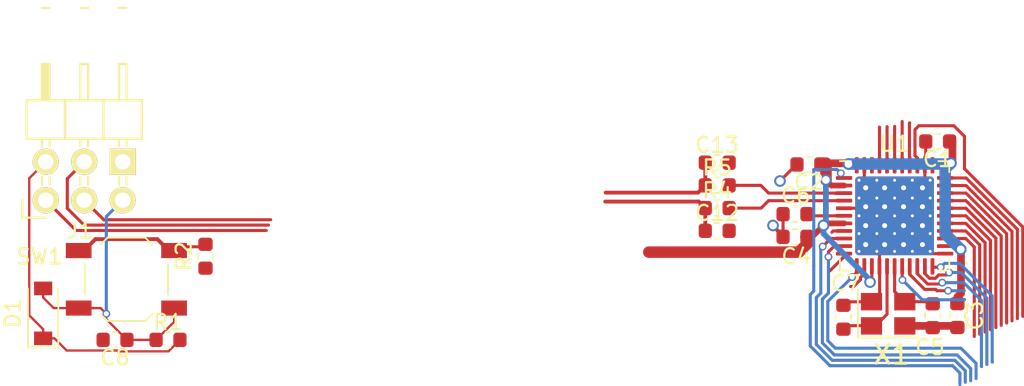
<source format=kicad_pcb>
(kicad_pcb (version 20190905) (host pcbnew "5.99.0-unknown-r16839-ae79a2bd")

  (general
    (thickness 1.6)
    (drawings 0)
    (tracks 328)
    (modules 19)
    (nets 39)
  )

  (page "A2")
  (layers
    (0 "F.Cu" signal)
    (31 "B.Cu" signal)
    (32 "B.Adhes" user)
    (33 "F.Adhes" user)
    (34 "B.Paste" user)
    (35 "F.Paste" user)
    (36 "B.SilkS" user)
    (37 "F.SilkS" user)
    (38 "B.Mask" user)
    (39 "F.Mask" user)
    (40 "Dwgs.User" user)
    (41 "Cmts.User" user)
    (42 "Eco1.User" user)
    (43 "Eco2.User" user)
    (44 "Edge.Cuts" user)
    (45 "Margin" user)
    (46 "B.CrtYd" user hide)
    (47 "F.CrtYd" user)
    (48 "B.Fab" user hide)
    (49 "F.Fab" user hide)
  )

  (setup
    (last_trace_width 0.2032)
    (user_trace_width 0.127)
    (user_trace_width 0.1524)
    (user_trace_width 0.2032)
    (user_trace_width 0.254)
    (user_trace_width 0.3048)
    (user_trace_width 0.381)
    (user_trace_width 0.762)
    (user_trace_width 0.127)
    (user_trace_width 0.1524)
    (user_trace_width 0.2032)
    (user_trace_width 0.254)
    (user_trace_width 0.3048)
    (user_trace_width 0.381)
    (user_trace_width 0.762)
    (trace_clearance 0.1524)
    (zone_clearance 0.508)
    (zone_45_only yes)
    (trace_min 0.127)
    (via_size 0.508)
    (via_drill 0.33)
    (via_min_size 0.508)
    (via_min_drill 0.2032)
    (user_via 0.508 0.33)
    (user_via 0.762 0.508)
    (user_via 0.508 0.33)
    (user_via 0.762 0.508)
    (uvia_size 0.508)
    (uvia_drill 0.33)
    (uvias_allowed no)
    (uvia_min_size 0.508)
    (uvia_min_drill 0.254)
    (max_error 0.005)
    (defaults
      (edge_clearance 0.01)
      (edge_cuts_line_width 0.1)
      (courtyard_line_width 0.05)
      (copper_line_width 0.2)
      (copper_text_dims (size 1.5 1.5) (thickness 0.3) keep_upright)
      (silk_line_width 0.15)
      (silk_text_dims (size 1 1) (thickness 0.15) keep_upright)
      (other_layers_line_width 0.1)
      (other_layers_text_dims (size 1 1) (thickness 0.15) keep_upright)
    )
    (pad_size 1 2.3)
    (pad_drill 0.6)
    (pad_to_mask_clearance 0)
    (solder_mask_min_width 0.25)
    (pad_to_paste_clearance 0.01)
    (aux_axis_origin 0 0)
    (grid_origin 38.985 81.31)
    (visible_elements 7FFFBE7F)
    (pcbplotparams
      (layerselection 0x010fc_80000001)
      (usegerberextensions false)
      (usegerberattributes false)
      (usegerberadvancedattributes false)
      (creategerberjobfile false)
      (gerberprecision 5)
      (excludeedgelayer false)
      (linewidth 0.050000)
      (plotframeref false)
      (viasonmask false)
      (mode 1)
      (useauxorigin false)
      (hpglpennumber 1)
      (hpglpenspeed 20)
      (hpglpendiameter 15.000000)
      (psnegative false)
      (psa4output false)
      (plotreference true)
      (plotvalue false)
      (plotinvisibletext false)
      (padsonsilk false)
      (subtractmaskfromsilk false)
      (outputformat 1)
      (mirror false)
      (drillshape 0)
      (scaleselection 1)
      (outputdirectory "")
    )
  )

  (net 0 "")
  (net 1 "GND")
  (net 2 "COL1")
  (net 3 "COL2")
  (net 4 "COL3")
  (net 5 "COL4")
  (net 6 "COL5")
  (net 7 "COL6")
  (net 8 "COL7")
  (net 9 "COL8")
  (net 10 "COL9")
  (net 11 "COL10")
  (net 12 "COL11")
  (net 13 "COL12")
  (net 14 "COL13")
  (net 15 "COL14")
  (net 16 "COL15")
  (net 17 "ROW0")
  (net 18 "ROW1")
  (net 19 "ROW2")
  (net 20 "ROW3")
  (net 21 "ROW4")
  (net 22 "+5V")
  (net 23 "Net-(C5-Pad1)")
  (net 24 "Net-(C6-Pad1)")
  (net 25 "Net-(C7-Pad1)")
  (net 26 "/MCU/RESET_MCU")
  (net 27 "/USB/USB_D+")
  (net 28 "/USB/USB_D-")
  (net 29 "LED_DRIVER_SDB")
  (net 30 "R_D+")
  (net 31 "R_D-")
  (net 32 "LED_DRIVER_INTB")
  (net 33 "SDA")
  (net 34 "SCL")
  (net 35 "COL0")
  (net 36 "Net-(AREF1-Pad1)")
  (net 37 "Net-(P1-Pad1)")
  (net 38 "COL16")

  (net_class "Default" "This is the default net class."
    (clearance 0.1524)
    (trace_width 0.2032)
    (via_dia 0.508)
    (via_drill 0.33)
    (uvia_dia 0.508)
    (uvia_drill 0.33)
    (diff_pair_width 0.2032)
    (diff_pair_gap 0.254)
    (add_net "/MCU/RESET_MCU")
    (add_net "COL0")
    (add_net "COL16")
    (add_net "Net-(AREF1-Pad1)")
    (add_net "Net-(C5-Pad1)")
    (add_net "Net-(C6-Pad1)")
    (add_net "Net-(C7-Pad1)")
    (add_net "Net-(P1-Pad1)")
  )

  (net_class "COLS" ""
    (clearance 0.1524)
    (trace_width 0.2032)
    (via_dia 0.508)
    (via_drill 0.33)
    (uvia_dia 0.508)
    (uvia_drill 0.33)
    (diff_pair_width 0.2032)
    (diff_pair_gap 0.254)
    (add_net "COL1")
    (add_net "COL10")
    (add_net "COL11")
    (add_net "COL12")
    (add_net "COL13")
    (add_net "COL14")
    (add_net "COL15")
    (add_net "COL2")
    (add_net "COL3")
    (add_net "COL4")
    (add_net "COL5")
    (add_net "COL6")
    (add_net "COL7")
    (add_net "COL8")
    (add_net "COL9")
  )

  (net_class "ESD" ""
    (clearance 0.4064)
    (trace_width 0.254)
    (via_dia 0.762)
    (via_drill 0.508)
    (uvia_dia 0.508)
    (uvia_drill 0.33)
    (diff_pair_width 0.2032)
    (diff_pair_gap 0.254)
  )

  (net_class "I2C" ""
    (clearance 0.1524)
    (trace_width 0.2032)
    (via_dia 0.508)
    (via_drill 0.33)
    (uvia_dia 0.508)
    (uvia_drill 0.33)
    (diff_pair_width 0.2032)
    (diff_pair_gap 0.254)
    (add_net "LED_DRIVER_INTB")
    (add_net "LED_DRIVER_SDB")
    (add_net "SCL")
    (add_net "SDA")
  )

  (net_class "LED_CS" ""
    (clearance 0.1524)
    (trace_width 0.2032)
    (via_dia 0.508)
    (via_drill 0.33)
    (uvia_dia 0.508)
    (uvia_drill 0.33)
    (diff_pair_width 0.2032)
    (diff_pair_gap 0.254)
  )

  (net_class "LED_SW" ""
    (clearance 0.1524)
    (trace_width 0.3048)
    (via_dia 0.762)
    (via_drill 0.508)
    (uvia_dia 0.508)
    (uvia_drill 0.33)
    (diff_pair_width 0.2032)
    (diff_pair_gap 0.254)
  )

  (net_class "Power" ""
    (clearance 0.1524)
    (trace_width 0.508)
    (via_dia 0.762)
    (via_drill 0.508)
    (uvia_dia 0.508)
    (uvia_drill 0.33)
    (diff_pair_width 0.2032)
    (diff_pair_gap 0.254)
    (add_net "+5V")
    (add_net "GND")
  )

  (net_class "ROWS" ""
    (clearance 0.1524)
    (trace_width 0.2032)
    (via_dia 0.508)
    (via_drill 0.33)
    (uvia_dia 0.508)
    (uvia_drill 0.33)
    (diff_pair_width 0.254)
    (diff_pair_gap 0.2032)
    (add_net "ROW0")
    (add_net "ROW1")
    (add_net "ROW2")
    (add_net "ROW3")
    (add_net "ROW4")
  )

  (net_class "USB" ""
    (clearance 0.1524)
    (trace_width 0.762)
    (via_dia 0.508)
    (via_drill 0.33)
    (uvia_dia 0.508)
    (uvia_drill 0.33)
    (diff_pair_width 0.2032)
    (diff_pair_gap 0.2032)
    (add_net "/USB/USB_D+")
    (add_net "/USB/USB_D-")
    (add_net "R_D+")
    (add_net "R_D-")
  )

  (net_class "USBC_PINS" ""
    (clearance 0.1524)
    (trace_width 0.1524)
    (via_dia 0.508)
    (via_drill 0.33)
    (uvia_dia 0.508)
    (uvia_drill 0.33)
    (diff_pair_width 0.2032)
    (diff_pair_gap 0.254)
  )

  (module "Capacitor_SMD:C_0603_1608Metric" (layer "F.Cu") (tedit 5B301BBE) (tstamp 5D99A9C5)
    (at 147.7525 26.79)
    (descr "Capacitor SMD 0603 (1608 Metric), square (rectangular) end terminal, IPC_7351 nominal, (Body size source: http://www.tortai-tech.com/upload/download/2011102023233369053.pdf), generated with kicad-footprint-generator")
    (tags "capacitor")
    (path "/5B90A59F/6265BA6E")
    (attr smd)
    (fp_text reference "C13" (at 0 -1.17 180) (layer "F.SilkS")
      (effects (font (size 1 1) (thickness 0.15)))
    )
    (fp_text value "27pF DNP" (at 0 1.17 180) (layer "F.Fab")
      (effects (font (size 1 1) (thickness 0.15)))
    )
    (fp_line (start -0.8 0.4) (end -0.8 -0.4) (layer "F.Fab") (width 0.1))
    (fp_line (start -0.8 -0.4) (end 0.8 -0.4) (layer "F.Fab") (width 0.1))
    (fp_line (start 0.8 -0.4) (end 0.8 0.4) (layer "F.Fab") (width 0.1))
    (fp_line (start 0.8 0.4) (end -0.8 0.4) (layer "F.Fab") (width 0.1))
    (fp_line (start -0.162779 -0.51) (end 0.162779 -0.51) (layer "F.SilkS") (width 0.12))
    (fp_line (start -0.162779 0.51) (end 0.162779 0.51) (layer "F.SilkS") (width 0.12))
    (fp_line (start -1.48 0.73) (end -1.48 -0.73) (layer "F.CrtYd") (width 0.05))
    (fp_line (start -1.48 -0.73) (end 1.48 -0.73) (layer "F.CrtYd") (width 0.05))
    (fp_line (start 1.48 -0.73) (end 1.48 0.73) (layer "F.CrtYd") (width 0.05))
    (fp_line (start 1.48 0.73) (end -1.48 0.73) (layer "F.CrtYd") (width 0.05))
    (fp_text user "%R" (at 0 0 180) (layer "F.Fab")
      (effects (font (size 0.25 0.25) (thickness 0.04)))
    )
    (pad "2" smd roundrect (at 0.7875 0) (size 0.875 0.95) (layers "F.Cu" "F.Paste" "F.Mask") (roundrect_rratio 0.25)
      (net 1 "GND"))
    (pad "1" smd roundrect (at -0.7875 0) (size 0.875 0.95) (layers "F.Cu" "F.Paste" "F.Mask") (roundrect_rratio 0.25)
      (net 28 "/USB/USB_D-"))
    (model "${KISYS3DMOD}/Capacitor_SMD.3dshapes/C_0603_1608Metric.wrl"
      (at (xyz 0 0 0))
      (scale (xyz 1 1 1))
      (rotate (xyz 0 0 0))
    )
  )

  (module "Capacitor_SMD:C_0603_1608Metric" (layer "F.Cu") (tedit 5B301BBE) (tstamp 5D99A995)
    (at 147.7525 31.29)
    (descr "Capacitor SMD 0603 (1608 Metric), square (rectangular) end terminal, IPC_7351 nominal, (Body size source: http://www.tortai-tech.com/upload/download/2011102023233369053.pdf), generated with kicad-footprint-generator")
    (tags "capacitor")
    (path "/5B90A59F/5FD0B112")
    (attr smd)
    (fp_text reference "C12" (at 0 -1.17 180) (layer "F.SilkS")
      (effects (font (size 1 1) (thickness 0.15)))
    )
    (fp_text value "27pF DNP" (at 0 1.17 180) (layer "F.Fab")
      (effects (font (size 1 1) (thickness 0.15)))
    )
    (fp_line (start -0.8 0.4) (end -0.8 -0.4) (layer "F.Fab") (width 0.1))
    (fp_line (start -0.8 -0.4) (end 0.8 -0.4) (layer "F.Fab") (width 0.1))
    (fp_line (start 0.8 -0.4) (end 0.8 0.4) (layer "F.Fab") (width 0.1))
    (fp_line (start 0.8 0.4) (end -0.8 0.4) (layer "F.Fab") (width 0.1))
    (fp_line (start -0.162779 -0.51) (end 0.162779 -0.51) (layer "F.SilkS") (width 0.12))
    (fp_line (start -0.162779 0.51) (end 0.162779 0.51) (layer "F.SilkS") (width 0.12))
    (fp_line (start -1.48 0.73) (end -1.48 -0.73) (layer "F.CrtYd") (width 0.05))
    (fp_line (start -1.48 -0.73) (end 1.48 -0.73) (layer "F.CrtYd") (width 0.05))
    (fp_line (start 1.48 -0.73) (end 1.48 0.73) (layer "F.CrtYd") (width 0.05))
    (fp_line (start 1.48 0.73) (end -1.48 0.73) (layer "F.CrtYd") (width 0.05))
    (fp_text user "%R" (at 0 0 180) (layer "F.Fab")
      (effects (font (size 0.25 0.25) (thickness 0.04)))
    )
    (pad "2" smd roundrect (at 0.7875 0) (size 0.875 0.95) (layers "F.Cu" "F.Paste" "F.Mask") (roundrect_rratio 0.25)
      (net 1 "GND"))
    (pad "1" smd roundrect (at -0.7875 0) (size 0.875 0.95) (layers "F.Cu" "F.Paste" "F.Mask") (roundrect_rratio 0.25)
      (net 27 "/USB/USB_D+"))
    (model "${KISYS3DMOD}/Capacitor_SMD.3dshapes/C_0603_1608Metric.wrl"
      (at (xyz 0 0 0))
      (scale (xyz 1 1 1))
      (rotate (xyz 0 0 0))
    )
  )

  (module "Capacitor_SMD:C_0603_1608Metric" (layer "F.Cu") (tedit 5B301BBE) (tstamp 5D98D2CF)
    (at 107.975149 38.494553 180)
    (descr "Capacitor SMD 0603 (1608 Metric), square (rectangular) end terminal, IPC_7351 nominal, (Body size source: http://www.tortai-tech.com/upload/download/2011102023233369053.pdf), generated with kicad-footprint-generator")
    (tags "capacitor")
    (path "/5B908446/567E2413")
    (attr smd)
    (fp_text reference "C8" (at 0 -1.17) (layer "F.SilkS")
      (effects (font (size 1 1) (thickness 0.15)))
    )
    (fp_text value "1uF 10V X5R 10%" (at 0 1.17) (layer "F.Fab")
      (effects (font (size 1 1) (thickness 0.15)))
    )
    (fp_line (start -0.8 0.4) (end -0.8 -0.4) (layer "F.Fab") (width 0.1))
    (fp_line (start -0.8 -0.4) (end 0.8 -0.4) (layer "F.Fab") (width 0.1))
    (fp_line (start 0.8 -0.4) (end 0.8 0.4) (layer "F.Fab") (width 0.1))
    (fp_line (start 0.8 0.4) (end -0.8 0.4) (layer "F.Fab") (width 0.1))
    (fp_line (start -0.162779 -0.51) (end 0.162779 -0.51) (layer "F.SilkS") (width 0.12))
    (fp_line (start -0.162779 0.51) (end 0.162779 0.51) (layer "F.SilkS") (width 0.12))
    (fp_line (start -1.48 0.73) (end -1.48 -0.73) (layer "F.CrtYd") (width 0.05))
    (fp_line (start -1.48 -0.73) (end 1.48 -0.73) (layer "F.CrtYd") (width 0.05))
    (fp_line (start 1.48 -0.73) (end 1.48 0.73) (layer "F.CrtYd") (width 0.05))
    (fp_line (start 1.48 0.73) (end -1.48 0.73) (layer "F.CrtYd") (width 0.05))
    (fp_text user "%R" (at 0 0) (layer "F.Fab")
      (effects (font (size 0.25 0.25) (thickness 0.04)))
    )
    (pad "2" smd roundrect (at 0.7875 0 180) (size 0.875 0.95) (layers "F.Cu" "F.Paste" "F.Mask") (roundrect_rratio 0.25)
      (net 1 "GND"))
    (pad "1" smd roundrect (at -0.7875 0 180) (size 0.875 0.95) (layers "F.Cu" "F.Paste" "F.Mask") (roundrect_rratio 0.25)
      (net 26 "/MCU/RESET_MCU"))
    (model "${KISYS3DMOD}/Capacitor_SMD.3dshapes/C_0603_1608Metric.wrl"
      (at (xyz 0 0 0))
      (scale (xyz 1 1 1))
      (rotate (xyz 0 0 0))
    )
  )

  (module "Capacitor_SMD:C_0603_1608Metric" (layer "F.Cu") (tedit 5B301BBE) (tstamp 5D99A69E)
    (at 156.088002 37 90)
    (descr "Capacitor SMD 0603 (1608 Metric), square (rectangular) end terminal, IPC_7351 nominal, (Body size source: http://www.tortai-tech.com/upload/download/2011102023233369053.pdf), generated with kicad-footprint-generator")
    (tags "capacitor")
    (path "/5B908446/56863F4E")
    (attr smd)
    (fp_text reference "C7" (at 2.235994 0.15 180) (layer "F.SilkS")
      (effects (font (size 1 1) (thickness 0.15)))
    )
    (fp_text value "27pF" (at 0 1.17 90) (layer "F.Fab")
      (effects (font (size 1 1) (thickness 0.15)))
    )
    (fp_line (start -0.8 0.4) (end -0.8 -0.4) (layer "F.Fab") (width 0.1))
    (fp_line (start -0.8 -0.4) (end 0.8 -0.4) (layer "F.Fab") (width 0.1))
    (fp_line (start 0.8 -0.4) (end 0.8 0.4) (layer "F.Fab") (width 0.1))
    (fp_line (start 0.8 0.4) (end -0.8 0.4) (layer "F.Fab") (width 0.1))
    (fp_line (start -0.162779 -0.51) (end 0.162779 -0.51) (layer "F.SilkS") (width 0.12))
    (fp_line (start -0.162779 0.51) (end 0.162779 0.51) (layer "F.SilkS") (width 0.12))
    (fp_line (start -1.48 0.73) (end -1.48 -0.73) (layer "F.CrtYd") (width 0.05))
    (fp_line (start -1.48 -0.73) (end 1.48 -0.73) (layer "F.CrtYd") (width 0.05))
    (fp_line (start 1.48 -0.73) (end 1.48 0.73) (layer "F.CrtYd") (width 0.05))
    (fp_line (start 1.48 0.73) (end -1.48 0.73) (layer "F.CrtYd") (width 0.05))
    (fp_text user "%R" (at 0 0 90) (layer "F.Fab")
      (effects (font (size 0.25 0.25) (thickness 0.04)))
    )
    (pad "2" smd roundrect (at 0.7875 0 90) (size 0.875 0.95) (layers "F.Cu" "F.Paste" "F.Mask") (roundrect_rratio 0.25)
      (net 1 "GND"))
    (pad "1" smd roundrect (at -0.7875 0 90) (size 0.875 0.95) (layers "F.Cu" "F.Paste" "F.Mask") (roundrect_rratio 0.25)
      (net 25 "Net-(C7-Pad1)"))
    (model "${KISYS3DMOD}/Capacitor_SMD.3dshapes/C_0603_1608Metric.wrl"
      (at (xyz 0 0 0))
      (scale (xyz 1 1 1))
      (rotate (xyz 0 0 0))
    )
  )

  (module "Capacitor_SMD:C_0603_1608Metric" (layer "F.Cu") (tedit 5B301BBE) (tstamp 5D99AA10)
    (at 152.89 30.19 180)
    (descr "Capacitor SMD 0603 (1608 Metric), square (rectangular) end terminal, IPC_7351 nominal, (Body size source: http://www.tortai-tech.com/upload/download/2011102023233369053.pdf), generated with kicad-footprint-generator")
    (tags "capacitor")
    (path "/5B908446/567DA9AF")
    (attr smd)
    (fp_text reference "C6" (at -0.05 1.229702) (layer "F.SilkS")
      (effects (font (size 1 1) (thickness 0.15)))
    )
    (fp_text value "1uF 10V X5R 10%" (at 0 1.17) (layer "F.Fab")
      (effects (font (size 1 1) (thickness 0.15)))
    )
    (fp_line (start -0.8 0.4) (end -0.8 -0.4) (layer "F.Fab") (width 0.1))
    (fp_line (start -0.8 -0.4) (end 0.8 -0.4) (layer "F.Fab") (width 0.1))
    (fp_line (start 0.8 -0.4) (end 0.8 0.4) (layer "F.Fab") (width 0.1))
    (fp_line (start 0.8 0.4) (end -0.8 0.4) (layer "F.Fab") (width 0.1))
    (fp_line (start -0.162779 -0.51) (end 0.162779 -0.51) (layer "F.SilkS") (width 0.12))
    (fp_line (start -0.162779 0.51) (end 0.162779 0.51) (layer "F.SilkS") (width 0.12))
    (fp_line (start -1.48 0.73) (end -1.48 -0.73) (layer "F.CrtYd") (width 0.05))
    (fp_line (start -1.48 -0.73) (end 1.48 -0.73) (layer "F.CrtYd") (width 0.05))
    (fp_line (start 1.48 -0.73) (end 1.48 0.73) (layer "F.CrtYd") (width 0.05))
    (fp_line (start 1.48 0.73) (end -1.48 0.73) (layer "F.CrtYd") (width 0.05))
    (fp_text user "%R" (at 0 0) (layer "F.Fab")
      (effects (font (size 0.25 0.25) (thickness 0.04)))
    )
    (pad "2" smd roundrect (at 0.7875 0 180) (size 0.875 0.95) (layers "F.Cu" "F.Paste" "F.Mask") (roundrect_rratio 0.25)
      (net 1 "GND"))
    (pad "1" smd roundrect (at -0.7875 0 180) (size 0.875 0.95) (layers "F.Cu" "F.Paste" "F.Mask") (roundrect_rratio 0.25)
      (net 24 "Net-(C6-Pad1)"))
    (model "${KISYS3DMOD}/Capacitor_SMD.3dshapes/C_0603_1608Metric.wrl"
      (at (xyz 0 0 0))
      (scale (xyz 1 1 1))
      (rotate (xyz 0 0 0))
    )
  )

  (module "Capacitor_SMD:C_0603_1608Metric" (layer "F.Cu") (tedit 5B301BBE) (tstamp 5D99A3BC)
    (at 161.988002 36.9 270)
    (descr "Capacitor SMD 0603 (1608 Metric), square (rectangular) end terminal, IPC_7351 nominal, (Body size source: http://www.tortai-tech.com/upload/download/2011102023233369053.pdf), generated with kicad-footprint-generator")
    (tags "capacitor")
    (path "/5B908446/545C2707")
    (attr smd)
    (fp_text reference "C5" (at 2.075994 0.18 180) (layer "F.SilkS")
      (effects (font (size 1 1) (thickness 0.15)))
    )
    (fp_text value "27pF" (at 0 1.17 90) (layer "F.Fab")
      (effects (font (size 1 1) (thickness 0.15)))
    )
    (fp_line (start -0.8 0.4) (end -0.8 -0.4) (layer "F.Fab") (width 0.1))
    (fp_line (start -0.8 -0.4) (end 0.8 -0.4) (layer "F.Fab") (width 0.1))
    (fp_line (start 0.8 -0.4) (end 0.8 0.4) (layer "F.Fab") (width 0.1))
    (fp_line (start 0.8 0.4) (end -0.8 0.4) (layer "F.Fab") (width 0.1))
    (fp_line (start -0.162779 -0.51) (end 0.162779 -0.51) (layer "F.SilkS") (width 0.12))
    (fp_line (start -0.162779 0.51) (end 0.162779 0.51) (layer "F.SilkS") (width 0.12))
    (fp_line (start -1.48 0.73) (end -1.48 -0.73) (layer "F.CrtYd") (width 0.05))
    (fp_line (start -1.48 -0.73) (end 1.48 -0.73) (layer "F.CrtYd") (width 0.05))
    (fp_line (start 1.48 -0.73) (end 1.48 0.73) (layer "F.CrtYd") (width 0.05))
    (fp_line (start 1.48 0.73) (end -1.48 0.73) (layer "F.CrtYd") (width 0.05))
    (fp_text user "%R" (at 0 0 90) (layer "F.Fab")
      (effects (font (size 0.25 0.25) (thickness 0.04)))
    )
    (pad "2" smd roundrect (at 0.7875 0 270) (size 0.875 0.95) (layers "F.Cu" "F.Paste" "F.Mask") (roundrect_rratio 0.25)
      (net 1 "GND"))
    (pad "1" smd roundrect (at -0.7875 0 270) (size 0.875 0.95) (layers "F.Cu" "F.Paste" "F.Mask") (roundrect_rratio 0.25)
      (net 23 "Net-(C5-Pad1)"))
    (model "${KISYS3DMOD}/Capacitor_SMD.3dshapes/C_0603_1608Metric.wrl"
      (at (xyz 0 0 0))
      (scale (xyz 1 1 1))
      (rotate (xyz 0 0 0))
    )
  )

  (module "Capacitor_SMD:C_0603_1608Metric" (layer "F.Cu") (tedit 5B301BBE) (tstamp 5D99A542)
    (at 152.89 31.69 180)
    (descr "Capacitor SMD 0603 (1608 Metric), square (rectangular) end terminal, IPC_7351 nominal, (Body size source: http://www.tortai-tech.com/upload/download/2011102023233369053.pdf), generated with kicad-footprint-generator")
    (tags "capacitor")
    (path "/5B908446/567DA26A")
    (attr smd)
    (fp_text reference "C4" (at -0.08 -1.290298) (layer "F.SilkS")
      (effects (font (size 1 1) (thickness 0.15)))
    )
    (fp_text value "1uF 10V X5R 10%" (at 0 1.17) (layer "F.Fab")
      (effects (font (size 1 1) (thickness 0.15)))
    )
    (fp_line (start -0.8 0.4) (end -0.8 -0.4) (layer "F.Fab") (width 0.1))
    (fp_line (start -0.8 -0.4) (end 0.8 -0.4) (layer "F.Fab") (width 0.1))
    (fp_line (start 0.8 -0.4) (end 0.8 0.4) (layer "F.Fab") (width 0.1))
    (fp_line (start 0.8 0.4) (end -0.8 0.4) (layer "F.Fab") (width 0.1))
    (fp_line (start -0.162779 -0.51) (end 0.162779 -0.51) (layer "F.SilkS") (width 0.12))
    (fp_line (start -0.162779 0.51) (end 0.162779 0.51) (layer "F.SilkS") (width 0.12))
    (fp_line (start -1.48 0.73) (end -1.48 -0.73) (layer "F.CrtYd") (width 0.05))
    (fp_line (start -1.48 -0.73) (end 1.48 -0.73) (layer "F.CrtYd") (width 0.05))
    (fp_line (start 1.48 -0.73) (end 1.48 0.73) (layer "F.CrtYd") (width 0.05))
    (fp_line (start 1.48 0.73) (end -1.48 0.73) (layer "F.CrtYd") (width 0.05))
    (fp_text user "%R" (at 0 0) (layer "F.Fab")
      (effects (font (size 0.25 0.25) (thickness 0.04)))
    )
    (pad "2" smd roundrect (at 0.7875 0 180) (size 0.875 0.95) (layers "F.Cu" "F.Paste" "F.Mask") (roundrect_rratio 0.25)
      (net 1 "GND"))
    (pad "1" smd roundrect (at -0.7875 0 180) (size 0.875 0.95) (layers "F.Cu" "F.Paste" "F.Mask") (roundrect_rratio 0.25)
      (net 22 "+5V"))
    (model "${KISYS3DMOD}/Capacitor_SMD.3dshapes/C_0603_1608Metric.wrl"
      (at (xyz 0 0 0))
      (scale (xyz 1 1 1))
      (rotate (xyz 0 0 0))
    )
  )

  (module "Capacitor_SMD:C_0603_1608Metric" (layer "F.Cu") (tedit 5B301BBE) (tstamp 5D9975C8)
    (at 163.615 36.89 270)
    (descr "Capacitor SMD 0603 (1608 Metric), square (rectangular) end terminal, IPC_7351 nominal, (Body size source: http://www.tortai-tech.com/upload/download/2011102023233369053.pdf), generated with kicad-footprint-generator")
    (tags "capacitor")
    (path "/5B908446/567DA590")
    (attr smd)
    (fp_text reference "C3" (at 0 -1.17 90) (layer "F.SilkS")
      (effects (font (size 1 1) (thickness 0.15)))
    )
    (fp_text value "1uF 10V X5R 10%" (at 0 1.17 90) (layer "F.Fab")
      (effects (font (size 1 1) (thickness 0.15)))
    )
    (fp_line (start -0.8 0.4) (end -0.8 -0.4) (layer "F.Fab") (width 0.1))
    (fp_line (start -0.8 -0.4) (end 0.8 -0.4) (layer "F.Fab") (width 0.1))
    (fp_line (start 0.8 -0.4) (end 0.8 0.4) (layer "F.Fab") (width 0.1))
    (fp_line (start 0.8 0.4) (end -0.8 0.4) (layer "F.Fab") (width 0.1))
    (fp_line (start -0.162779 -0.51) (end 0.162779 -0.51) (layer "F.SilkS") (width 0.12))
    (fp_line (start -0.162779 0.51) (end 0.162779 0.51) (layer "F.SilkS") (width 0.12))
    (fp_line (start -1.48 0.73) (end -1.48 -0.73) (layer "F.CrtYd") (width 0.05))
    (fp_line (start -1.48 -0.73) (end 1.48 -0.73) (layer "F.CrtYd") (width 0.05))
    (fp_line (start 1.48 -0.73) (end 1.48 0.73) (layer "F.CrtYd") (width 0.05))
    (fp_line (start 1.48 0.73) (end -1.48 0.73) (layer "F.CrtYd") (width 0.05))
    (fp_text user "%R" (at 0 0 90) (layer "F.Fab")
      (effects (font (size 0.25 0.25) (thickness 0.04)))
    )
    (pad "2" smd roundrect (at 0.7875 0 270) (size 0.875 0.95) (layers "F.Cu" "F.Paste" "F.Mask") (roundrect_rratio 0.25)
      (net 1 "GND"))
    (pad "1" smd roundrect (at -0.7875 0 270) (size 0.875 0.95) (layers "F.Cu" "F.Paste" "F.Mask") (roundrect_rratio 0.25)
      (net 22 "+5V"))
    (model "${KISYS3DMOD}/Capacitor_SMD.3dshapes/C_0603_1608Metric.wrl"
      (at (xyz 0 0 0))
      (scale (xyz 1 1 1))
      (rotate (xyz 0 0 0))
    )
  )

  (module "Capacitor_SMD:C_0603_1608Metric" (layer "F.Cu") (tedit 5B301BBE) (tstamp 5D99A410)
    (at 153.81 26.91 180)
    (descr "Capacitor SMD 0603 (1608 Metric), square (rectangular) end terminal, IPC_7351 nominal, (Body size source: http://www.tortai-tech.com/upload/download/2011102023233369053.pdf), generated with kicad-footprint-generator")
    (tags "capacitor")
    (path "/5B908446/567D8C34")
    (attr smd)
    (fp_text reference "C2" (at 0 -1.17) (layer "F.SilkS")
      (effects (font (size 1 1) (thickness 0.15)))
    )
    (fp_text value "1uF 10V X5R 10%" (at 0 1.17) (layer "F.Fab")
      (effects (font (size 1 1) (thickness 0.15)))
    )
    (fp_line (start -0.8 0.4) (end -0.8 -0.4) (layer "F.Fab") (width 0.1))
    (fp_line (start -0.8 -0.4) (end 0.8 -0.4) (layer "F.Fab") (width 0.1))
    (fp_line (start 0.8 -0.4) (end 0.8 0.4) (layer "F.Fab") (width 0.1))
    (fp_line (start 0.8 0.4) (end -0.8 0.4) (layer "F.Fab") (width 0.1))
    (fp_line (start -0.162779 -0.51) (end 0.162779 -0.51) (layer "F.SilkS") (width 0.12))
    (fp_line (start -0.162779 0.51) (end 0.162779 0.51) (layer "F.SilkS") (width 0.12))
    (fp_line (start -1.48 0.73) (end -1.48 -0.73) (layer "F.CrtYd") (width 0.05))
    (fp_line (start -1.48 -0.73) (end 1.48 -0.73) (layer "F.CrtYd") (width 0.05))
    (fp_line (start 1.48 -0.73) (end 1.48 0.73) (layer "F.CrtYd") (width 0.05))
    (fp_line (start 1.48 0.73) (end -1.48 0.73) (layer "F.CrtYd") (width 0.05))
    (fp_text user "%R" (at 0 0) (layer "F.Fab")
      (effects (font (size 0.25 0.25) (thickness 0.04)))
    )
    (pad "2" smd roundrect (at 0.7875 0 180) (size 0.875 0.95) (layers "F.Cu" "F.Paste" "F.Mask") (roundrect_rratio 0.25)
      (net 1 "GND"))
    (pad "1" smd roundrect (at -0.7875 0 180) (size 0.875 0.95) (layers "F.Cu" "F.Paste" "F.Mask") (roundrect_rratio 0.25)
      (net 22 "+5V"))
    (model "${KISYS3DMOD}/Capacitor_SMD.3dshapes/C_0603_1608Metric.wrl"
      (at (xyz 0 0 0))
      (scale (xyz 1 1 1))
      (rotate (xyz 0 0 0))
    )
  )

  (module "Capacitor_SMD:C_0603_1608Metric" (layer "F.Cu") (tedit 5B301BBE) (tstamp 5D99A48E)
    (at 162.315 25.39 180)
    (descr "Capacitor SMD 0603 (1608 Metric), square (rectangular) end terminal, IPC_7351 nominal, (Body size source: http://www.tortai-tech.com/upload/download/2011102023233369053.pdf), generated with kicad-footprint-generator")
    (tags "capacitor")
    (path "/5B908446/545C270B")
    (attr smd)
    (fp_text reference "C1" (at 0 -1.17 180) (layer "F.SilkS")
      (effects (font (size 1 1) (thickness 0.15)))
    )
    (fp_text value "1uF 10V X5R 10%" (at 0 1.17 180) (layer "F.Fab")
      (effects (font (size 1 1) (thickness 0.15)))
    )
    (fp_line (start -0.8 0.4) (end -0.8 -0.4) (layer "F.Fab") (width 0.1))
    (fp_line (start -0.8 -0.4) (end 0.8 -0.4) (layer "F.Fab") (width 0.1))
    (fp_line (start 0.8 -0.4) (end 0.8 0.4) (layer "F.Fab") (width 0.1))
    (fp_line (start 0.8 0.4) (end -0.8 0.4) (layer "F.Fab") (width 0.1))
    (fp_line (start -0.162779 -0.51) (end 0.162779 -0.51) (layer "F.SilkS") (width 0.12))
    (fp_line (start -0.162779 0.51) (end 0.162779 0.51) (layer "F.SilkS") (width 0.12))
    (fp_line (start -1.48 0.73) (end -1.48 -0.73) (layer "F.CrtYd") (width 0.05))
    (fp_line (start -1.48 -0.73) (end 1.48 -0.73) (layer "F.CrtYd") (width 0.05))
    (fp_line (start 1.48 -0.73) (end 1.48 0.73) (layer "F.CrtYd") (width 0.05))
    (fp_line (start 1.48 0.73) (end -1.48 0.73) (layer "F.CrtYd") (width 0.05))
    (fp_text user "%R" (at 0 0 180) (layer "F.Fab")
      (effects (font (size 0.25 0.25) (thickness 0.04)))
    )
    (pad "2" smd roundrect (at 0.7875 0 180) (size 0.875 0.95) (layers "F.Cu" "F.Paste" "F.Mask") (roundrect_rratio 0.25)
      (net 1 "GND"))
    (pad "1" smd roundrect (at -0.7875 0 180) (size 0.875 0.95) (layers "F.Cu" "F.Paste" "F.Mask") (roundrect_rratio 0.25)
      (net 22 "+5V"))
    (model "${KISYS3DMOD}/Capacitor_SMD.3dshapes/C_0603_1608Metric.wrl"
      (at (xyz 0 0 0))
      (scale (xyz 1 1 1))
      (rotate (xyz 0 0 0))
    )
  )

  (module "Crystal:Crystal_SMD_SeikoEpson_TSX3225-4Pin_3.2x2.5mm" (layer "F.Cu") (tedit 5D995E94) (tstamp 5D99A957)
    (at 159.043002 36.771202)
    (descr "crystal Epson Toyocom TSX-3225 series https://support.epson.biz/td/api/doc_check.php?dl=brief_fa-238v_en.pdf, 3.2x2.5mm^2 package")
    (tags "SMD SMT crystal")
    (path "/5B908446/545C2706")
    (attr smd)
    (fp_text reference "X1" (at 0.235 2.69 180) (layer "F.SilkS")
      (effects (font (size 1.27 1.27) (thickness 0.2)))
    )
    (fp_text value "ABM3-16.000" (at 0 -2.54 180) (layer "F.SilkS") hide
      (effects (font (size 1.27 1.27) (thickness 0.2)))
    )
    (fp_text user "%R" (at 0 0) (layer "F.Fab")
      (effects (font (size 0.7 0.7) (thickness 0.105)))
    )
    (fp_line (start -1.5 -1.25) (end 1.5 -1.25) (layer "F.Fab") (width 0.1))
    (fp_line (start 1.5 -1.25) (end 1.6 -1.15) (layer "F.Fab") (width 0.1))
    (fp_line (start 1.6 -1.15) (end 1.6 1.15) (layer "F.Fab") (width 0.1))
    (fp_line (start 1.6 1.15) (end 1.5 1.25) (layer "F.Fab") (width 0.1))
    (fp_line (start 1.5 1.25) (end -1.5 1.25) (layer "F.Fab") (width 0.1))
    (fp_line (start -1.5 1.25) (end -1.6 1.15) (layer "F.Fab") (width 0.1))
    (fp_line (start -1.6 1.15) (end -1.6 -1.15) (layer "F.Fab") (width 0.1))
    (fp_line (start -1.6 -1.15) (end -1.5 -1.25) (layer "F.Fab") (width 0.1))
    (fp_line (start -1.6 0.25) (end -0.6 1.25) (layer "F.Fab") (width 0.1))
    (fp_line (start -2 -1.575) (end -2 1.575) (layer "F.SilkS") (width 0.12))
    (fp_line (start -2 1.575) (end 2 1.575) (layer "F.SilkS") (width 0.12))
    (fp_line (start -2.1 -1.7) (end -2.1 1.7) (layer "F.CrtYd") (width 0.05))
    (fp_line (start -2.1 1.7) (end 2.1 1.7) (layer "F.CrtYd") (width 0.05))
    (fp_line (start 2.1 1.7) (end 2.1 -1.7) (layer "F.CrtYd") (width 0.05))
    (fp_line (start 2.1 -1.7) (end -2.1 -1.7) (layer "F.CrtYd") (width 0.05))
    (pad "4" smd rect (at -1.1 -0.8) (size 1.4 1.15) (layers "F.Cu" "F.Paste" "F.Mask")
      (net 1 "GND"))
    (pad "3" smd rect (at 1.1 -0.8) (size 1.4 1.15) (layers "F.Cu" "F.Paste" "F.Mask")
      (net 23 "Net-(C5-Pad1)"))
    (pad "2" smd rect (at 1.1 0.8) (size 1.4 1.15) (layers "F.Cu" "F.Paste" "F.Mask")
      (net 1 "GND"))
    (pad "1" smd rect (at -1.1 0.8) (size 1.4 1.15) (layers "F.Cu" "F.Paste" "F.Mask")
      (net 25 "Net-(C7-Pad1)"))
    (model "abm3/abm3.wrl"
      (at (xyz 0 0 0))
      (scale (xyz 1 1 1))
      (rotate (xyz 0 0 0))
    )
  )

  (module "Package_DFN_QFN:QFN-44-1EP_7x7mm_P0.5mm_EP5.2x5.2mm_ThermalVias" locked (layer "F.Cu") (tedit 5C26A111) (tstamp 5D99A7EC)
    (at 159.47 30.299702)
    (descr "QFN, 44 Pin (http://ww1.microchip.com/downloads/en/DeviceDoc/2512S.pdf#page=17), generated with kicad-footprint-generator ipc_dfn_qfn_generator.py")
    (tags "QFN DFN_QFN")
    (path "/5B908446/545C2711")
    (attr smd)
    (fp_text reference "U1" (at 0 -4.75 180) (layer "F.SilkS")
      (effects (font (size 1 1) (thickness 0.15)))
    )
    (fp_text value "ATMEGA32U4-MU" (at 0 7.62 180) (layer "F.Fab")
      (effects (font (size 1 1) (thickness 0.15)))
    )
    (fp_text user "%R" (at 0 0) (layer "F.Fab")
      (effects (font (size 1 1) (thickness 0.15)))
    )
    (fp_line (start 4.12 -4.12) (end -4.12 -4.12) (layer "F.CrtYd") (width 0.05))
    (fp_line (start 4.12 4.12) (end 4.12 -4.12) (layer "F.CrtYd") (width 0.05))
    (fp_line (start -4.12 4.12) (end 4.12 4.12) (layer "F.CrtYd") (width 0.05))
    (fp_line (start -4.12 -4.12) (end -4.12 4.12) (layer "F.CrtYd") (width 0.05))
    (fp_line (start -3.5 -2.5) (end -2.5 -3.5) (layer "F.Fab") (width 0.1))
    (fp_line (start -3.5 3.5) (end -3.5 -2.5) (layer "F.Fab") (width 0.1))
    (fp_line (start 3.5 3.5) (end -3.5 3.5) (layer "F.Fab") (width 0.1))
    (fp_line (start 3.5 -3.5) (end 3.5 3.5) (layer "F.Fab") (width 0.1))
    (fp_line (start -2.5 -3.5) (end 3.5 -3.5) (layer "F.Fab") (width 0.1))
    (fp_line (start -2.885 -3.61) (end -3.61 -3.61) (layer "F.SilkS") (width 0.12))
    (fp_line (start 3.61 3.61) (end 3.61 2.885) (layer "F.SilkS") (width 0.12))
    (fp_line (start 2.885 3.61) (end 3.61 3.61) (layer "F.SilkS") (width 0.12))
    (fp_line (start -3.61 3.61) (end -3.61 2.885) (layer "F.SilkS") (width 0.12))
    (fp_line (start -2.885 3.61) (end -3.61 3.61) (layer "F.SilkS") (width 0.12))
    (fp_line (start 3.61 -3.61) (end 3.61 -2.885) (layer "F.SilkS") (width 0.12))
    (fp_line (start 2.885 -3.61) (end 3.61 -3.61) (layer "F.SilkS") (width 0.12))
    (pad "44" smd roundrect (at -2.5 -3.3375) (size 0.25 1.075) (layers "F.Cu" "F.Paste" "F.Mask") (roundrect_rratio 0.25)
      (net 22 "+5V"))
    (pad "43" smd roundrect (at -2 -3.3375) (size 0.25 1.075) (layers "F.Cu" "F.Paste" "F.Mask") (roundrect_rratio 0.25)
      (net 1 "GND"))
    (pad "42" smd roundrect (at -1.5 -3.3375) (size 0.25 1.075) (layers "F.Cu" "F.Paste" "F.Mask") (roundrect_rratio 0.25)
      (net 36 "Net-(AREF1-Pad1)"))
    (pad "41" smd roundrect (at -1 -3.3375) (size 0.25 1.075) (layers "F.Cu" "F.Paste" "F.Mask") (roundrect_rratio 0.25)
      (net 21 "ROW4"))
    (pad "40" smd roundrect (at -0.5 -3.3375) (size 0.25 1.075) (layers "F.Cu" "F.Paste" "F.Mask") (roundrect_rratio 0.25)
      (net 20 "ROW3"))
    (pad "39" smd roundrect (at 0 -3.3375) (size 0.25 1.075) (layers "F.Cu" "F.Paste" "F.Mask") (roundrect_rratio 0.25)
      (net 19 "ROW2"))
    (pad "38" smd roundrect (at 0.5 -3.3375) (size 0.25 1.075) (layers "F.Cu" "F.Paste" "F.Mask") (roundrect_rratio 0.25)
      (net 18 "ROW1"))
    (pad "37" smd roundrect (at 1 -3.3375) (size 0.25 1.075) (layers "F.Cu" "F.Paste" "F.Mask") (roundrect_rratio 0.25)
      (net 17 "ROW0"))
    (pad "36" smd roundrect (at 1.5 -3.3375) (size 0.25 1.075) (layers "F.Cu" "F.Paste" "F.Mask") (roundrect_rratio 0.25)
      (net 35 "COL0"))
    (pad "35" smd roundrect (at 2 -3.3375) (size 0.25 1.075) (layers "F.Cu" "F.Paste" "F.Mask") (roundrect_rratio 0.25)
      (net 1 "GND"))
    (pad "34" smd roundrect (at 2.5 -3.3375) (size 0.25 1.075) (layers "F.Cu" "F.Paste" "F.Mask") (roundrect_rratio 0.25)
      (net 22 "+5V"))
    (pad "33" smd roundrect (at 3.3375 -2.5) (size 1.075 0.25) (layers "F.Cu" "F.Paste" "F.Mask") (roundrect_rratio 0.25)
      (net 2 "COL1"))
    (pad "32" smd roundrect (at 3.3375 -2) (size 1.075 0.25) (layers "F.Cu" "F.Paste" "F.Mask") (roundrect_rratio 0.25)
      (net 3 "COL2"))
    (pad "31" smd roundrect (at 3.3375 -1.5) (size 1.075 0.25) (layers "F.Cu" "F.Paste" "F.Mask") (roundrect_rratio 0.25)
      (net 4 "COL3"))
    (pad "30" smd roundrect (at 3.3375 -1) (size 1.075 0.25) (layers "F.Cu" "F.Paste" "F.Mask") (roundrect_rratio 0.25)
      (net 5 "COL4"))
    (pad "29" smd roundrect (at 3.3375 -0.5) (size 1.075 0.25) (layers "F.Cu" "F.Paste" "F.Mask") (roundrect_rratio 0.25)
      (net 6 "COL5"))
    (pad "28" smd roundrect (at 3.3375 0) (size 1.075 0.25) (layers "F.Cu" "F.Paste" "F.Mask") (roundrect_rratio 0.25)
      (net 7 "COL6"))
    (pad "27" smd roundrect (at 3.3375 0.5) (size 1.075 0.25) (layers "F.Cu" "F.Paste" "F.Mask") (roundrect_rratio 0.25)
      (net 8 "COL7"))
    (pad "26" smd roundrect (at 3.3375 1) (size 1.075 0.25) (layers "F.Cu" "F.Paste" "F.Mask") (roundrect_rratio 0.25)
      (net 9 "COL8"))
    (pad "25" smd roundrect (at 3.3375 1.5) (size 1.075 0.25) (layers "F.Cu" "F.Paste" "F.Mask") (roundrect_rratio 0.25)
      (net 10 "COL9"))
    (pad "24" smd roundrect (at 3.3375 2) (size 1.075 0.25) (layers "F.Cu" "F.Paste" "F.Mask") (roundrect_rratio 0.25)
      (net 22 "+5V"))
    (pad "23" smd roundrect (at 3.3375 2.5) (size 1.075 0.25) (layers "F.Cu" "F.Paste" "F.Mask") (roundrect_rratio 0.25)
      (net 1 "GND"))
    (pad "22" smd roundrect (at 2.5 3.3375) (size 0.25 1.075) (layers "F.Cu" "F.Paste" "F.Mask") (roundrect_rratio 0.25)
      (net 11 "COL10"))
    (pad "21" smd roundrect (at 2 3.3375) (size 0.25 1.075) (layers "F.Cu" "F.Paste" "F.Mask") (roundrect_rratio 0.25)
      (net 12 "COL11"))
    (pad "20" smd roundrect (at 1.5 3.3375) (size 0.25 1.075) (layers "F.Cu" "F.Paste" "F.Mask") (roundrect_rratio 0.25)
      (net 13 "COL12"))
    (pad "19" smd roundrect (at 1 3.3375) (size 0.25 1.075) (layers "F.Cu" "F.Paste" "F.Mask") (roundrect_rratio 0.25)
      (net 33 "SDA"))
    (pad "18" smd roundrect (at 0.5 3.3375) (size 0.25 1.075) (layers "F.Cu" "F.Paste" "F.Mask") (roundrect_rratio 0.25)
      (net 34 "SCL"))
    (pad "17" smd roundrect (at 0 3.3375) (size 0.25 1.075) (layers "F.Cu" "F.Paste" "F.Mask") (roundrect_rratio 0.25)
      (net 23 "Net-(C5-Pad1)"))
    (pad "16" smd roundrect (at -0.5 3.3375) (size 0.25 1.075) (layers "F.Cu" "F.Paste" "F.Mask") (roundrect_rratio 0.25)
      (net 25 "Net-(C7-Pad1)"))
    (pad "15" smd roundrect (at -1 3.3375) (size 0.25 1.075) (layers "F.Cu" "F.Paste" "F.Mask") (roundrect_rratio 0.25)
      (net 1 "GND"))
    (pad "14" smd roundrect (at -1.5 3.3375) (size 0.25 1.075) (layers "F.Cu" "F.Paste" "F.Mask") (roundrect_rratio 0.25)
      (net 22 "+5V"))
    (pad "13" smd roundrect (at -2 3.3375) (size 0.25 1.075) (layers "F.Cu" "F.Paste" "F.Mask") (roundrect_rratio 0.25)
      (net 26 "/MCU/RESET_MCU"))
    (pad "12" smd roundrect (at -2.5 3.3375) (size 0.25 1.075) (layers "F.Cu" "F.Paste" "F.Mask") (roundrect_rratio 0.25)
      (net 14 "COL13"))
    (pad "11" smd roundrect (at -3.3375 2.5) (size 1.075 0.25) (layers "F.Cu" "F.Paste" "F.Mask") (roundrect_rratio 0.25)
      (net 32 "LED_DRIVER_INTB"))
    (pad "10" smd roundrect (at -3.3375 2) (size 1.075 0.25) (layers "F.Cu" "F.Paste" "F.Mask") (roundrect_rratio 0.25)
      (net 15 "COL14"))
    (pad "9" smd roundrect (at -3.3375 1.5) (size 1.075 0.25) (layers "F.Cu" "F.Paste" "F.Mask") (roundrect_rratio 0.25)
      (net 16 "COL15"))
    (pad "8" smd roundrect (at -3.3375 1) (size 1.075 0.25) (layers "F.Cu" "F.Paste" "F.Mask") (roundrect_rratio 0.25)
      (net 29 "LED_DRIVER_SDB"))
    (pad "7" smd roundrect (at -3.3375 0.5) (size 1.075 0.25) (layers "F.Cu" "F.Paste" "F.Mask") (roundrect_rratio 0.25)
      (net 22 "+5V"))
    (pad "6" smd roundrect (at -3.3375 0) (size 1.075 0.25) (layers "F.Cu" "F.Paste" "F.Mask") (roundrect_rratio 0.25)
      (net 24 "Net-(C6-Pad1)"))
    (pad "5" smd roundrect (at -3.3375 -0.5) (size 1.075 0.25) (layers "F.Cu" "F.Paste" "F.Mask") (roundrect_rratio 0.25)
      (net 1 "GND"))
    (pad "4" smd roundrect (at -3.3375 -1) (size 1.075 0.25) (layers "F.Cu" "F.Paste" "F.Mask") (roundrect_rratio 0.25)
      (net 30 "R_D+"))
    (pad "3" smd roundrect (at -3.3375 -1.5) (size 1.075 0.25) (layers "F.Cu" "F.Paste" "F.Mask") (roundrect_rratio 0.25)
      (net 31 "R_D-"))
    (pad "2" smd roundrect (at -3.3375 -2) (size 1.075 0.25) (layers "F.Cu" "F.Paste" "F.Mask") (roundrect_rratio 0.25)
      (net 22 "+5V"))
    (pad "1" smd roundrect (at -3.3375 -2.5) (size 1.075 0.25) (layers "F.Cu" "F.Paste" "F.Mask") (roundrect_rratio 0.25)
      (net 38 "COL16"))
    (pad "" smd roundrect (at 1.7625 1.7625) (size 1.006976 1.006976) (layers "F.Paste") (roundrect_rratio 0.248268))
    (pad "" smd roundrect (at 1.7625 0.5875) (size 1.006976 1.006976) (layers "F.Paste") (roundrect_rratio 0.248268))
    (pad "" smd roundrect (at 1.7625 -0.5875) (size 1.006976 1.006976) (layers "F.Paste") (roundrect_rratio 0.248268))
    (pad "" smd roundrect (at 1.7625 -1.7625) (size 1.006976 1.006976) (layers "F.Paste") (roundrect_rratio 0.248268))
    (pad "" smd roundrect (at 0.5875 1.7625) (size 1.006976 1.006976) (layers "F.Paste") (roundrect_rratio 0.248268))
    (pad "" smd roundrect (at 0.5875 0.5875) (size 1.006976 1.006976) (layers "F.Paste") (roundrect_rratio 0.248268))
    (pad "" smd roundrect (at 0.5875 -0.5875) (size 1.006976 1.006976) (layers "F.Paste") (roundrect_rratio 0.248268))
    (pad "" smd roundrect (at 0.5875 -1.7625) (size 1.006976 1.006976) (layers "F.Paste") (roundrect_rratio 0.248268))
    (pad "" smd roundrect (at -0.5875 1.7625) (size 1.006976 1.006976) (layers "F.Paste") (roundrect_rratio 0.248268))
    (pad "" smd roundrect (at -0.5875 0.5875) (size 1.006976 1.006976) (layers "F.Paste") (roundrect_rratio 0.248268))
    (pad "" smd roundrect (at -0.5875 -0.5875) (size 1.006976 1.006976) (layers "F.Paste") (roundrect_rratio 0.248268))
    (pad "" smd roundrect (at -0.5875 -1.7625) (size 1.006976 1.006976) (layers "F.Paste") (roundrect_rratio 0.248268))
    (pad "" smd roundrect (at -1.7625 1.7625) (size 1.006976 1.006976) (layers "F.Paste") (roundrect_rratio 0.248268))
    (pad "" smd roundrect (at -1.7625 0.5875) (size 1.006976 1.006976) (layers "F.Paste") (roundrect_rratio 0.248268))
    (pad "" smd roundrect (at -1.7625 -0.5875) (size 1.006976 1.006976) (layers "F.Paste") (roundrect_rratio 0.248268))
    (pad "" smd roundrect (at -1.7625 -1.7625) (size 1.006976 1.006976) (layers "F.Paste") (roundrect_rratio 0.248268))
    (pad "45" smd roundrect (at 0 0) (size 5.2 5.2) (layers "B.Cu") (roundrect_rratio 0.048077)
      (net 1 "GND"))
    (pad "45" thru_hole circle (at 2.35 2.35) (size 0.5 0.5) (drill 0.2) (layers *.Cu)
      (net 1 "GND"))
    (pad "45" thru_hole circle (at 1.175 2.35) (size 0.5 0.5) (drill 0.2) (layers *.Cu)
      (net 1 "GND"))
    (pad "45" thru_hole circle (at 0 2.35) (size 0.5 0.5) (drill 0.2) (layers *.Cu)
      (net 1 "GND"))
    (pad "45" thru_hole circle (at -1.175 2.35) (size 0.5 0.5) (drill 0.2) (layers *.Cu)
      (net 1 "GND"))
    (pad "45" thru_hole circle (at -2.35 2.35) (size 0.5 0.5) (drill 0.2) (layers *.Cu)
      (net 1 "GND"))
    (pad "45" thru_hole circle (at 2.35 1.175) (size 0.5 0.5) (drill 0.2) (layers *.Cu)
      (net 1 "GND"))
    (pad "45" thru_hole circle (at 1.175 1.175) (size 0.5 0.5) (drill 0.2) (layers *.Cu)
      (net 1 "GND"))
    (pad "45" thru_hole circle (at 0 1.175) (size 0.5 0.5) (drill 0.2) (layers *.Cu)
      (net 1 "GND"))
    (pad "45" thru_hole circle (at -1.175 1.175) (size 0.5 0.5) (drill 0.2) (layers *.Cu)
      (net 1 "GND"))
    (pad "45" thru_hole circle (at -2.35 1.175) (size 0.5 0.5) (drill 0.2) (layers *.Cu)
      (net 1 "GND"))
    (pad "45" thru_hole circle (at 2.35 0) (size 0.5 0.5) (drill 0.2) (layers *.Cu)
      (net 1 "GND"))
    (pad "45" thru_hole circle (at 1.175 0) (size 0.5 0.5) (drill 0.2) (layers *.Cu)
      (net 1 "GND"))
    (pad "45" thru_hole circle (at 0 0) (size 0.5 0.5) (drill 0.2) (layers *.Cu)
      (net 1 "GND"))
    (pad "45" thru_hole circle (at -1.175 0) (size 0.5 0.5) (drill 0.2) (layers *.Cu)
      (net 1 "GND"))
    (pad "45" thru_hole circle (at -2.35 0) (size 0.5 0.5) (drill 0.2) (layers *.Cu)
      (net 1 "GND"))
    (pad "45" thru_hole circle (at 2.35 -1.175) (size 0.5 0.5) (drill 0.2) (layers *.Cu)
      (net 1 "GND"))
    (pad "45" thru_hole circle (at 1.175 -1.175) (size 0.5 0.5) (drill 0.2) (layers *.Cu)
      (net 1 "GND"))
    (pad "45" thru_hole circle (at 0 -1.175) (size 0.5 0.5) (drill 0.2) (layers *.Cu)
      (net 1 "GND"))
    (pad "45" thru_hole circle (at -1.175 -1.175) (size 0.5 0.5) (drill 0.2) (layers *.Cu)
      (net 1 "GND"))
    (pad "45" thru_hole circle (at -2.35 -1.175) (size 0.5 0.5) (drill 0.2) (layers *.Cu)
      (net 1 "GND"))
    (pad "45" thru_hole circle (at 2.35 -2.35) (size 0.5 0.5) (drill 0.2) (layers *.Cu)
      (net 1 "GND"))
    (pad "45" thru_hole circle (at 1.175 -2.35) (size 0.5 0.5) (drill 0.2) (layers *.Cu)
      (net 1 "GND"))
    (pad "45" thru_hole circle (at 0 -2.35) (size 0.5 0.5) (drill 0.2) (layers *.Cu)
      (net 1 "GND"))
    (pad "45" thru_hole circle (at -1.175 -2.35) (size 0.5 0.5) (drill 0.2) (layers *.Cu)
      (net 1 "GND"))
    (pad "45" thru_hole circle (at -2.35 -2.35) (size 0.5 0.5) (drill 0.2) (layers *.Cu)
      (net 1 "GND"))
    (pad "45" smd roundrect (at 0 0) (size 5.2 5.2) (layers "F.Cu" "F.Mask") (roundrect_rratio 0.048077)
      (net 1 "GND"))
    (model "Housings_QFP.3dshapes/TQFP-44_10x10mm_Pitch0.8mm.wrl"
      (at (xyz 0 0 0))
      (scale (xyz 1 1 1))
      (rotate (xyz 0 0 0))
    )
    (model "Housings_DFN_QFN.3dshapes/QFN-44-1EP_7x7mm_Pitch0.5mm.wrl"
      (at (xyz 0 0 0))
      (scale (xyz 1 1 1))
      (rotate (xyz 0 0 0))
    )
  )

  (module "Keyboardio:Model_01_ICSP_cutout_pins" (layer "F.Cu") (tedit 5695559B) (tstamp 5C8E8A09)
    (at 103.400149 29.269553 90)
    (descr "Through hole pin header")
    (tags "pin header")
    (path "/5B908446/56965A45")
    (fp_text reference "J1" (at -2.019 2.252) (layer "F.SilkS")
      (effects (font (size 1 1) (thickness 0.15)))
    )
    (fp_text value "ICSP" (at 0 -3.1 270) (layer "F.Fab")
      (effects (font (size 1 1) (thickness 0.15)))
    )
    (fp_line (start 12.7 4.826) (end 12.7 5.334) (layer "F.SilkS") (width 0.15))
    (fp_line (start 9 -0.254) (end 9 0.254) (layer "F.SilkS") (width 0.15))
    (fp_line (start 12.7 2.286) (end 12.7 2.794) (layer "F.SilkS") (width 0.15))
    (fp_line (start 4.064 -1.27) (end 6.604 -1.27) (layer "F.SilkS") (width 0.15))
    (fp_line (start 4.064 -1.27) (end 4.064 1.27) (layer "F.SilkS") (width 0.15))
    (fp_line (start 4.064 1.27) (end 6.604 1.27) (layer "F.SilkS") (width 0.15))
    (fp_line (start 6.604 -0.254) (end 9 -0.254) (layer "F.SilkS") (width 0.15))
    (fp_line (start 12.7 -0.254) (end 12.7 0.254) (layer "F.SilkS") (width 0.15))
    (fp_line (start 9 0.254) (end 6.604 0.254) (layer "F.SilkS") (width 0.15))
    (fp_line (start 6.604 1.27) (end 6.604 -1.27) (layer "F.SilkS") (width 0.15))
    (fp_line (start 4.064 1.27) (end 6.604 1.27) (layer "F.SilkS") (width 0.15))
    (fp_line (start 4.064 3.81) (end 6.604 3.81) (layer "F.SilkS") (width 0.15))
    (fp_line (start 4.064 3.81) (end 4.064 6.35) (layer "F.SilkS") (width 0.15))
    (fp_line (start 4.064 6.35) (end 6.604 6.35) (layer "F.SilkS") (width 0.15))
    (fp_line (start 6.604 4.826) (end 9 4.826) (layer "F.SilkS") (width 0.15))
    (fp_line (start 9 4.826) (end 9 5.334) (layer "F.SilkS") (width 0.15))
    (fp_line (start 9 5.334) (end 6.604 5.334) (layer "F.SilkS") (width 0.15))
    (fp_line (start 6.604 6.35) (end 6.604 3.81) (layer "F.SilkS") (width 0.15))
    (fp_line (start 4.064 6.35) (end 6.604 6.35) (layer "F.SilkS") (width 0.15))
    (fp_line (start 6.604 3.81) (end 6.604 1.27) (layer "F.SilkS") (width 0.15))
    (fp_line (start 9 2.794) (end 6.604 2.794) (layer "F.SilkS") (width 0.15))
    (fp_line (start 9 2.286) (end 9 2.794) (layer "F.SilkS") (width 0.15))
    (fp_line (start 6.604 2.286) (end 9 2.286) (layer "F.SilkS") (width 0.15))
    (fp_line (start 4.064 3.81) (end 6.604 3.81) (layer "F.SilkS") (width 0.15))
    (fp_line (start 4.064 1.27) (end 4.064 3.81) (layer "F.SilkS") (width 0.15))
    (fp_line (start 6.731 0) (end 9 0) (layer "F.SilkS") (width 0.15))
    (fp_line (start 6.731 0.127) (end 6.731 0) (layer "F.SilkS") (width 0.15))
    (fp_line (start 9 0.127) (end 6.731 0.127) (layer "F.SilkS") (width 0.15))
    (fp_line (start 6.604 -0.127) (end 9 -0.127) (layer "F.SilkS") (width 0.15))
    (fp_line (start -1.15 -1.55) (end -1.15 0) (layer "F.SilkS") (width 0.15))
    (fp_line (start 0 -1.55) (end -1.15 -1.55) (layer "F.SilkS") (width 0.15))
    (fp_line (start 4.064 0.254) (end 3.556 0.254) (layer "F.SilkS") (width 0.15))
    (fp_line (start 4.064 -0.254) (end 3.556 -0.254) (layer "F.SilkS") (width 0.15))
    (fp_line (start 4.064 5.334) (end 3.556 5.334) (layer "F.SilkS") (width 0.15))
    (fp_line (start 4.064 4.826) (end 3.556 4.826) (layer "F.SilkS") (width 0.15))
    (fp_line (start 4.064 2.794) (end 3.556 2.794) (layer "F.SilkS") (width 0.15))
    (fp_line (start 4.064 2.286) (end 3.556 2.286) (layer "F.SilkS") (width 0.15))
    (fp_line (start 1.524 -0.254) (end 1.016 -0.254) (layer "F.SilkS") (width 0.15))
    (fp_line (start 1.524 0.254) (end 1.016 0.254) (layer "F.SilkS") (width 0.15))
    (fp_line (start 1.524 2.286) (end 1.016 2.286) (layer "F.SilkS") (width 0.15))
    (fp_line (start 1.524 2.794) (end 1.016 2.794) (layer "F.SilkS") (width 0.15))
    (fp_line (start 1.524 4.826) (end 1.016 4.826) (layer "F.SilkS") (width 0.15))
    (fp_line (start 1.524 5.334) (end 1.016 5.334) (layer "F.SilkS") (width 0.15))
    (fp_line (start -1.35 6.85) (end 13.2 6.85) (layer "F.CrtYd") (width 0.05))
    (fp_line (start -1.35 -1.75) (end 13.2 -1.75) (layer "F.CrtYd") (width 0.05))
    (fp_line (start 13.2 -1.75) (end 13.2 6.85) (layer "F.CrtYd") (width 0.05))
    (fp_line (start -1.35 -1.75) (end -1.35 6.85) (layer "F.CrtYd") (width 0.05))
    (pad "6" thru_hole oval (at 0 0 90) (size 1.7272 1.7272) (drill 1.016) (layers *.Cu *.Mask "F.SilkS")
      (net 32 "LED_DRIVER_INTB"))
    (pad "5" thru_hole oval (at 2.54 0 90) (size 1.7272 1.7272) (drill 1.016) (layers *.Cu *.Mask "F.SilkS")
      (net 22 "+5V"))
    (pad "4" thru_hole oval (at 0 2.54 90) (size 1.7272 1.7272) (drill 1.016) (layers *.Cu *.Mask "F.SilkS")
      (net 16 "COL15"))
    (pad "3" thru_hole oval (at 2.54 2.54 90) (size 1.7272 1.7272) (drill 1.016) (layers *.Cu *.Mask "F.SilkS")
      (net 15 "COL14"))
    (pad "2" thru_hole oval (at 0 5.08 90) (size 1.7272 1.7272) (drill 1.016) (layers *.Cu *.Mask "F.SilkS")
      (net 26 "/MCU/RESET_MCU"))
    (pad "1" thru_hole rect (at 2.54 5.08 90) (size 1.7272 1.7272) (drill 1.016) (layers *.Cu *.Mask "F.SilkS")
      (net 1 "GND"))
    (model "Pin_Headers.3dshapes/Pin_Header_Angled_2x03.wrl"
      (offset (xyz 1.269999980926514 -2.539999961853027 0))
      (scale (xyz 1 1 1))
      (rotate (xyz 0 0 90))
    )
  )

  (module "Resistor_SMD:R_0603_1608Metric" (layer "F.Cu") (tedit 5B301BBD) (tstamp 5D99A4C4)
    (at 147.7525 28.29)
    (descr "Resistor SMD 0603 (1608 Metric), square (rectangular) end terminal, IPC_7351 nominal, (Body size source: http://www.tortai-tech.com/upload/download/2011102023233369053.pdf), generated with kicad-footprint-generator")
    (tags "resistor")
    (path "/5B90A59F/562906B3")
    (attr smd)
    (fp_text reference "R5" (at 0 -1.17 180) (layer "F.SilkS")
      (effects (font (size 1 1) (thickness 0.15)))
    )
    (fp_text value "22R" (at 0 1.17 180) (layer "F.Fab")
      (effects (font (size 1 1) (thickness 0.15)))
    )
    (fp_line (start -0.8 0.4) (end -0.8 -0.4) (layer "F.Fab") (width 0.1))
    (fp_line (start -0.8 -0.4) (end 0.8 -0.4) (layer "F.Fab") (width 0.1))
    (fp_line (start 0.8 -0.4) (end 0.8 0.4) (layer "F.Fab") (width 0.1))
    (fp_line (start 0.8 0.4) (end -0.8 0.4) (layer "F.Fab") (width 0.1))
    (fp_line (start -0.162779 -0.51) (end 0.162779 -0.51) (layer "F.SilkS") (width 0.12))
    (fp_line (start -0.162779 0.51) (end 0.162779 0.51) (layer "F.SilkS") (width 0.12))
    (fp_line (start -1.48 0.73) (end -1.48 -0.73) (layer "F.CrtYd") (width 0.05))
    (fp_line (start -1.48 -0.73) (end 1.48 -0.73) (layer "F.CrtYd") (width 0.05))
    (fp_line (start 1.48 -0.73) (end 1.48 0.73) (layer "F.CrtYd") (width 0.05))
    (fp_line (start 1.48 0.73) (end -1.48 0.73) (layer "F.CrtYd") (width 0.05))
    (fp_text user "%R" (at 0 0 180) (layer "F.Fab")
      (effects (font (size 0.25 0.25) (thickness 0.04)))
    )
    (pad "2" smd roundrect (at 0.7875 0) (size 0.875 0.95) (layers "F.Cu" "F.Paste" "F.Mask") (roundrect_rratio 0.25)
      (net 31 "R_D-"))
    (pad "1" smd roundrect (at -0.7875 0) (size 0.875 0.95) (layers "F.Cu" "F.Paste" "F.Mask") (roundrect_rratio 0.25)
      (net 28 "/USB/USB_D-"))
    (model "${KISYS3DMOD}/Resistor_SMD.3dshapes/R_0603_1608Metric.wrl"
      (at (xyz 0 0 0))
      (scale (xyz 1 1 1))
      (rotate (xyz 0 0 0))
    )
  )

  (module "Resistor_SMD:R_0603_1608Metric" (layer "F.Cu") (tedit 5B301BBD) (tstamp 5D99A5A8)
    (at 147.7525 29.79)
    (descr "Resistor SMD 0603 (1608 Metric), square (rectangular) end terminal, IPC_7351 nominal, (Body size source: http://www.tortai-tech.com/upload/download/2011102023233369053.pdf), generated with kicad-footprint-generator")
    (tags "resistor")
    (path "/5B90A59F/56290BF3")
    (attr smd)
    (fp_text reference "R4" (at 0 -1.17 180) (layer "F.SilkS")
      (effects (font (size 1 1) (thickness 0.15)))
    )
    (fp_text value "22R" (at 0 1.17 180) (layer "F.Fab")
      (effects (font (size 1 1) (thickness 0.15)))
    )
    (fp_line (start -0.8 0.4) (end -0.8 -0.4) (layer "F.Fab") (width 0.1))
    (fp_line (start -0.8 -0.4) (end 0.8 -0.4) (layer "F.Fab") (width 0.1))
    (fp_line (start 0.8 -0.4) (end 0.8 0.4) (layer "F.Fab") (width 0.1))
    (fp_line (start 0.8 0.4) (end -0.8 0.4) (layer "F.Fab") (width 0.1))
    (fp_line (start -0.162779 -0.51) (end 0.162779 -0.51) (layer "F.SilkS") (width 0.12))
    (fp_line (start -0.162779 0.51) (end 0.162779 0.51) (layer "F.SilkS") (width 0.12))
    (fp_line (start -1.48 0.73) (end -1.48 -0.73) (layer "F.CrtYd") (width 0.05))
    (fp_line (start -1.48 -0.73) (end 1.48 -0.73) (layer "F.CrtYd") (width 0.05))
    (fp_line (start 1.48 -0.73) (end 1.48 0.73) (layer "F.CrtYd") (width 0.05))
    (fp_line (start 1.48 0.73) (end -1.48 0.73) (layer "F.CrtYd") (width 0.05))
    (fp_text user "%R" (at 0 0 180) (layer "F.Fab")
      (effects (font (size 0.25 0.25) (thickness 0.04)))
    )
    (pad "2" smd roundrect (at 0.7875 0) (size 0.875 0.95) (layers "F.Cu" "F.Paste" "F.Mask") (roundrect_rratio 0.25)
      (net 30 "R_D+"))
    (pad "1" smd roundrect (at -0.7875 0) (size 0.875 0.95) (layers "F.Cu" "F.Paste" "F.Mask") (roundrect_rratio 0.25)
      (net 27 "/USB/USB_D+"))
    (model "${KISYS3DMOD}/Resistor_SMD.3dshapes/R_0603_1608Metric.wrl"
      (at (xyz 0 0 0))
      (scale (xyz 1 1 1))
      (rotate (xyz 0 0 0))
    )
  )

  (module "Resistor_SMD:R_0603_1608Metric" (layer "F.Cu") (tedit 5B301BBD) (tstamp 5D98D28A)
    (at 111.475149 38.494553)
    (descr "Resistor SMD 0603 (1608 Metric), square (rectangular) end terminal, IPC_7351 nominal, (Body size source: http://www.tortai-tech.com/upload/download/2011102023233369053.pdf), generated with kicad-footprint-generator")
    (tags "resistor")
    (path "/5B908446/56330D02")
    (attr smd)
    (fp_text reference "R1" (at 0 -1.17 180) (layer "F.SilkS")
      (effects (font (size 1 1) (thickness 0.15)))
    )
    (fp_text value "10K" (at 0 1.17 180) (layer "F.Fab")
      (effects (font (size 1 1) (thickness 0.15)))
    )
    (fp_line (start -0.8 0.4) (end -0.8 -0.4) (layer "F.Fab") (width 0.1))
    (fp_line (start -0.8 -0.4) (end 0.8 -0.4) (layer "F.Fab") (width 0.1))
    (fp_line (start 0.8 -0.4) (end 0.8 0.4) (layer "F.Fab") (width 0.1))
    (fp_line (start 0.8 0.4) (end -0.8 0.4) (layer "F.Fab") (width 0.1))
    (fp_line (start -0.162779 -0.51) (end 0.162779 -0.51) (layer "F.SilkS") (width 0.12))
    (fp_line (start -0.162779 0.51) (end 0.162779 0.51) (layer "F.SilkS") (width 0.12))
    (fp_line (start -1.48 0.73) (end -1.48 -0.73) (layer "F.CrtYd") (width 0.05))
    (fp_line (start -1.48 -0.73) (end 1.48 -0.73) (layer "F.CrtYd") (width 0.05))
    (fp_line (start 1.48 -0.73) (end 1.48 0.73) (layer "F.CrtYd") (width 0.05))
    (fp_line (start 1.48 0.73) (end -1.48 0.73) (layer "F.CrtYd") (width 0.05))
    (fp_text user "%R" (at 0 0 180) (layer "F.Fab")
      (effects (font (size 0.25 0.25) (thickness 0.04)))
    )
    (pad "2" smd roundrect (at 0.7875 0) (size 0.875 0.95) (layers "F.Cu" "F.Paste" "F.Mask") (roundrect_rratio 0.25)
      (net 22 "+5V"))
    (pad "1" smd roundrect (at -0.7875 0) (size 0.875 0.95) (layers "F.Cu" "F.Paste" "F.Mask") (roundrect_rratio 0.25)
      (net 26 "/MCU/RESET_MCU"))
    (model "${KISYS3DMOD}/Resistor_SMD.3dshapes/R_0603_1608Metric.wrl"
      (at (xyz 0 0 0))
      (scale (xyz 1 1 1))
      (rotate (xyz 0 0 0))
    )
  )

  (module "Button_Switch_SMD:SW_SPST_TL3342" (layer "F.Cu") (tedit 5A02FC95) (tstamp 5D98D210)
    (at 108.725149 34.494553)
    (descr "Low-profile SMD Tactile Switch, https://www.e-switch.com/system/asset/product_line/data_sheet/165/TL3342.pdf")
    (tags "SPST Tactile Switch")
    (path "/5B908446/54E65667")
    (attr smd)
    (fp_text reference "SW1" (at -5.75 -1.5) (layer "F.SilkS")
      (effects (font (size 1 1) (thickness 0.15)))
    )
    (fp_text value "SW_PUSH" (at 0 3.75 180) (layer "F.Fab")
      (effects (font (size 1 1) (thickness 0.15)))
    )
    (fp_text user "%R" (at 0 -3.75 180) (layer "F.Fab")
      (effects (font (size 1 1) (thickness 0.15)))
    )
    (fp_line (start 3.2 2.1) (end 3.2 1.6) (layer "F.Fab") (width 0.1))
    (fp_line (start 3.2 -2.1) (end 3.2 -1.6) (layer "F.Fab") (width 0.1))
    (fp_line (start -3.2 2.1) (end -3.2 1.6) (layer "F.Fab") (width 0.1))
    (fp_line (start -3.2 -2.1) (end -3.2 -1.6) (layer "F.Fab") (width 0.1))
    (fp_line (start 2.7 -2.1) (end 2.7 -1.6) (layer "F.Fab") (width 0.1))
    (fp_line (start 1.7 -2.1) (end 3.2 -2.1) (layer "F.Fab") (width 0.1))
    (fp_line (start 3.2 -1.6) (end 2.2 -1.6) (layer "F.Fab") (width 0.1))
    (fp_line (start -2.7 -2.1) (end -2.7 -1.6) (layer "F.Fab") (width 0.1))
    (fp_line (start -1.7 -2.1) (end -3.2 -2.1) (layer "F.Fab") (width 0.1))
    (fp_line (start -3.2 -1.6) (end -2.2 -1.6) (layer "F.Fab") (width 0.1))
    (fp_line (start -2.7 2.1) (end -2.7 1.6) (layer "F.Fab") (width 0.1))
    (fp_line (start -3.2 1.6) (end -2.2 1.6) (layer "F.Fab") (width 0.1))
    (fp_line (start -1.7 2.1) (end -3.2 2.1) (layer "F.Fab") (width 0.1))
    (fp_line (start 1.7 2.1) (end 3.2 2.1) (layer "F.Fab") (width 0.1))
    (fp_line (start 2.7 2.1) (end 2.7 1.6) (layer "F.Fab") (width 0.1))
    (fp_line (start 3.2 1.6) (end 2.2 1.6) (layer "F.Fab") (width 0.1))
    (fp_line (start -1.7 2.3) (end -1.25 2.75) (layer "F.SilkS") (width 0.12))
    (fp_line (start 1.7 2.3) (end 1.25 2.75) (layer "F.SilkS") (width 0.12))
    (fp_line (start 1.7 -2.3) (end 1.25 -2.75) (layer "F.SilkS") (width 0.12))
    (fp_line (start -1.7 -2.3) (end -1.25 -2.75) (layer "F.SilkS") (width 0.12))
    (fp_line (start -2 -1) (end -1 -2) (layer "F.Fab") (width 0.1))
    (fp_line (start -1 -2) (end 1 -2) (layer "F.Fab") (width 0.1))
    (fp_line (start 1 -2) (end 2 -1) (layer "F.Fab") (width 0.1))
    (fp_line (start 2 -1) (end 2 1) (layer "F.Fab") (width 0.1))
    (fp_line (start 2 1) (end 1 2) (layer "F.Fab") (width 0.1))
    (fp_line (start 1 2) (end -1 2) (layer "F.Fab") (width 0.1))
    (fp_line (start -1 2) (end -2 1) (layer "F.Fab") (width 0.1))
    (fp_line (start -2 1) (end -2 -1) (layer "F.Fab") (width 0.1))
    (fp_line (start 2.75 -1) (end 2.75 1) (layer "F.SilkS") (width 0.12))
    (fp_line (start -1.25 2.75) (end 1.25 2.75) (layer "F.SilkS") (width 0.12))
    (fp_line (start -2.75 -1) (end -2.75 1) (layer "F.SilkS") (width 0.12))
    (fp_line (start -1.25 -2.75) (end 1.25 -2.75) (layer "F.SilkS") (width 0.12))
    (fp_line (start -2.6 -1.2) (end -2.6 1.2) (layer "F.Fab") (width 0.1))
    (fp_line (start -2.6 1.2) (end -1.2 2.6) (layer "F.Fab") (width 0.1))
    (fp_line (start -1.2 2.6) (end 1.2 2.6) (layer "F.Fab") (width 0.1))
    (fp_line (start 1.2 2.6) (end 2.6 1.2) (layer "F.Fab") (width 0.1))
    (fp_line (start 2.6 1.2) (end 2.6 -1.2) (layer "F.Fab") (width 0.1))
    (fp_line (start 2.6 -1.2) (end 1.2 -2.6) (layer "F.Fab") (width 0.1))
    (fp_line (start 1.2 -2.6) (end -1.2 -2.6) (layer "F.Fab") (width 0.1))
    (fp_line (start -1.2 -2.6) (end -2.6 -1.2) (layer "F.Fab") (width 0.1))
    (fp_line (start -4.25 -3) (end 4.25 -3) (layer "F.CrtYd") (width 0.05))
    (fp_line (start 4.25 -3) (end 4.25 3) (layer "F.CrtYd") (width 0.05))
    (fp_line (start 4.25 3) (end -4.25 3) (layer "F.CrtYd") (width 0.05))
    (fp_line (start -4.25 3) (end -4.25 -3) (layer "F.CrtYd") (width 0.05))
    (fp_circle (center 0 0) (end 1 0) (layer "F.Fab") (width 0.1))
    (pad "2" smd rect (at 3.15 1.9) (size 1.7 1) (layers "F.Cu" "F.Paste" "F.Mask")
      (net 26 "/MCU/RESET_MCU"))
    (pad "2" smd rect (at -3.15 1.9) (size 1.7 1) (layers "F.Cu" "F.Paste" "F.Mask")
      (net 26 "/MCU/RESET_MCU"))
    (pad "1" smd rect (at 3.15 -1.9) (size 1.7 1) (layers "F.Cu" "F.Paste" "F.Mask")
      (net 37 "Net-(P1-Pad1)"))
    (pad "1" smd rect (at -3.15 -1.9) (size 1.7 1) (layers "F.Cu" "F.Paste" "F.Mask")
      (net 37 "Net-(P1-Pad1)"))
    (model "${KISYS3DMOD}/Button_Switch_SMD.3dshapes/SW_SPST_TL3342.wrl"
      (at (xyz 0 0 0))
      (scale (xyz 1 1 1))
      (rotate (xyz 0 0 0))
    )
  )

  (module "Resistor_SMD:R_0603_1608Metric" (layer "F.Cu") (tedit 5B301BBD) (tstamp 5D98D1BB)
    (at 113.950149 32.969553 90)
    (descr "Resistor SMD 0603 (1608 Metric), square (rectangular) end terminal, IPC_7351 nominal, (Body size source: http://www.tortai-tech.com/upload/download/2011102023233369053.pdf), generated with kicad-footprint-generator")
    (tags "resistor")
    (path "/5B908446/567E74CE")
    (attr smd)
    (fp_text reference "R2" (at 0 -1.43 270) (layer "F.SilkS")
      (effects (font (size 1 1) (thickness 0.15)))
    )
    (fp_text value "330R 5%" (at 0 1.43 270) (layer "F.Fab")
      (effects (font (size 1 1) (thickness 0.15)))
    )
    (fp_line (start -0.8 0.4) (end -0.8 -0.4) (layer "F.Fab") (width 0.1))
    (fp_line (start -0.8 -0.4) (end 0.8 -0.4) (layer "F.Fab") (width 0.1))
    (fp_line (start 0.8 -0.4) (end 0.8 0.4) (layer "F.Fab") (width 0.1))
    (fp_line (start 0.8 0.4) (end -0.8 0.4) (layer "F.Fab") (width 0.1))
    (fp_line (start -0.162779 -0.51) (end 0.162779 -0.51) (layer "F.SilkS") (width 0.12))
    (fp_line (start -0.162779 0.51) (end 0.162779 0.51) (layer "F.SilkS") (width 0.12))
    (fp_line (start -1.48 0.73) (end -1.48 -0.73) (layer "F.CrtYd") (width 0.05))
    (fp_line (start -1.48 -0.73) (end 1.48 -0.73) (layer "F.CrtYd") (width 0.05))
    (fp_line (start 1.48 -0.73) (end 1.48 0.73) (layer "F.CrtYd") (width 0.05))
    (fp_line (start 1.48 0.73) (end -1.48 0.73) (layer "F.CrtYd") (width 0.05))
    (fp_text user "%R" (at 0 0 270) (layer "F.Fab")
      (effects (font (size 0.4 0.4) (thickness 0.06)))
    )
    (pad "2" smd roundrect (at 0.7875 0 90) (size 0.875 0.95) (layers "F.Cu" "F.Paste" "F.Mask") (roundrect_rratio 0.25)
      (net 37 "Net-(P1-Pad1)"))
    (pad "1" smd roundrect (at -0.7875 0 90) (size 0.875 0.95) (layers "F.Cu" "F.Paste" "F.Mask") (roundrect_rratio 0.25)
      (net 1 "GND"))
    (model "${KISYS3DMOD}/Resistor_SMD.3dshapes/R_0603_1608Metric.wrl"
      (at (xyz 0 0 0))
      (scale (xyz 1 1 1))
      (rotate (xyz 0 0 0))
    )
  )

  (module "Diode_SMD:D_SOD-123" (layer "F.Cu") (tedit 58645DC7) (tstamp 5D98D17B)
    (at 103.225149 36.744553 90)
    (descr "SOD-123")
    (tags "SOD-123")
    (path "/5B908446/567D8B7A")
    (attr smd)
    (fp_text reference "D1" (at 0 -2 270) (layer "F.SilkS")
      (effects (font (size 1 1) (thickness 0.15)))
    )
    (fp_text value "1N4148" (at 0 2.1 270) (layer "F.Fab")
      (effects (font (size 1 1) (thickness 0.15)))
    )
    (fp_text user "%R" (at 0 -2 270) (layer "F.Fab")
      (effects (font (size 1 1) (thickness 0.15)))
    )
    (fp_line (start -2.25 -1) (end -2.25 1) (layer "F.SilkS") (width 0.12))
    (fp_line (start 0.25 0) (end 0.75 0) (layer "F.Fab") (width 0.1))
    (fp_line (start 0.25 0.4) (end -0.35 0) (layer "F.Fab") (width 0.1))
    (fp_line (start 0.25 -0.4) (end 0.25 0.4) (layer "F.Fab") (width 0.1))
    (fp_line (start -0.35 0) (end 0.25 -0.4) (layer "F.Fab") (width 0.1))
    (fp_line (start -0.35 0) (end -0.35 0.55) (layer "F.Fab") (width 0.1))
    (fp_line (start -0.35 0) (end -0.35 -0.55) (layer "F.Fab") (width 0.1))
    (fp_line (start -0.75 0) (end -0.35 0) (layer "F.Fab") (width 0.1))
    (fp_line (start -1.4 0.9) (end -1.4 -0.9) (layer "F.Fab") (width 0.1))
    (fp_line (start 1.4 0.9) (end -1.4 0.9) (layer "F.Fab") (width 0.1))
    (fp_line (start 1.4 -0.9) (end 1.4 0.9) (layer "F.Fab") (width 0.1))
    (fp_line (start -1.4 -0.9) (end 1.4 -0.9) (layer "F.Fab") (width 0.1))
    (fp_line (start -2.35 -1.15) (end 2.35 -1.15) (layer "F.CrtYd") (width 0.05))
    (fp_line (start 2.35 -1.15) (end 2.35 1.15) (layer "F.CrtYd") (width 0.05))
    (fp_line (start 2.35 1.15) (end -2.35 1.15) (layer "F.CrtYd") (width 0.05))
    (fp_line (start -2.35 -1.15) (end -2.35 1.15) (layer "F.CrtYd") (width 0.05))
    (fp_line (start -2.25 1) (end 1.65 1) (layer "F.SilkS") (width 0.12))
    (fp_line (start -2.25 -1) (end 1.65 -1) (layer "F.SilkS") (width 0.12))
    (pad "2" smd rect (at 1.65 0 90) (size 0.9 1.2) (layers "F.Cu" "F.Paste" "F.Mask")
      (net 26 "/MCU/RESET_MCU"))
    (pad "1" smd rect (at -1.65 0 90) (size 0.9 1.2) (layers "F.Cu" "F.Paste" "F.Mask")
      (net 22 "+5V"))
    (model "${KISYS3DMOD}/Diode_SMD.3dshapes/D_SOD-123.wrl"
      (at (xyz 0 0 0))
      (scale (xyz 1 1 1))
      (rotate (xyz 0 0 0))
    )
  )

  (segment (start 161.47 28.299702) (end 161.47 26.411844) (width 0.2032) (layer "F.Cu") (net 1))
  (segment (start 161.40125 28.368452) (end 161.47 28.299702) (width 0.2032) (layer "F.Cu") (net 1))
  (segment (start 161.5275 26.354344) (end 161.5275 25.39) (width 0.2032) (layer "F.Cu") (net 1))
  (segment (start 161.47 26.411844) (end 161.5275 26.354344) (width 0.2032) (layer "F.Cu") (net 1))
  (segment (start 160.47 33.637202) (end 160.47 34.174702) (width 0.2032) (layer "F.Cu") (net 33))
  (segment (start 162.528797 34.804389) (end 162.619171 34.714015) (width 0.2032) (layer "F.Cu") (net 13))
  (segment (start 160.47 34.174702) (end 161.455298 35.16) (width 0.2032) (layer "F.Cu") (net 33))
  (segment (start 160.97 33.699702) (end 160.97 34.124509) (width 0.2032) (layer "F.Cu") (net 13))
  (segment (start 160.97 34.124509) (end 161.64988 34.804389) (width 0.2032) (layer "F.Cu") (net 13))
  (segment (start 161.64988 34.804389) (end 162.528797 34.804389) (width 0.2032) (layer "F.Cu") (net 13))
  (segment (start 161.455298 35.16) (end 162.185 35.16) (width 0.2032) (layer "F.Cu") (net 33))
  (segment (start 162.185 35.16) (end 162.271842 35.246842) (width 0.2032) (layer "F.Cu") (net 33))
  (segment (start 162.271842 35.246842) (end 163.001842 35.246842) (width 0.2032) (layer "F.Cu") (net 33))
  (segment (start 163.001842 35.246842) (end 163.005 35.25) (width 0.2032) (layer "F.Cu") (net 33))
  (via (at 163.073653 34.043989) (size 0.508) (drill 0.33) (layers "F.Cu" "B.Cu") (net 12))
  (via (at 162.512696 33.695462) (size 0.508) (drill 0.33) (layers "F.Cu" "B.Cu") (net 11))
  (via (at 162.619171 34.714015) (size 0.508) (drill 0.33) (layers "F.Cu" "B.Cu") (net 13))
  (via (at 163.005 35.25) (size 0.508) (drill 0.33) (layers "F.Cu" "B.Cu") (net 33))
  (segment (start 163.005 35.25) (end 164.065 35.25) (width 0.2032) (layer "B.Cu") (net 33))
  (segment (start 163.855 35.425) (end 163.855 32.535253) (width 0.508) (layer "F.Cu") (net 22))
  (segment (start 165.206334 35.888425) (end 164.031924 34.714015) (width 0.2032) (layer "B.Cu") (net 13))
  (segment (start 164.031924 34.714015) (end 162.978381 34.714015) (width 0.2032) (layer "B.Cu") (net 13))
  (segment (start 164.069389 35.845611) (end 164.085 35.83) (width 0.2032) (layer "B.Cu") (net 34))
  (segment (start 162.978381 34.714015) (end 162.619171 34.714015) (width 0.2032) (layer "B.Cu") (net 13))
  (segment (start 165.206334 40.251242) (end 165.206334 35.888425) (width 0.2032) (layer "B.Cu") (net 13))
  (segment (start 165.574389 40.116388) (end 165.561945 40.103944) (width 0.2032) (layer "B.Cu") (net 12))
  (segment (start 162.766695 33.441463) (end 162.512696 33.695462) (width 0.2032) (layer "B.Cu") (net 11))
  (segment (start 165.917556 35.593829) (end 163.76519 33.441463) (width 0.2032) (layer "B.Cu") (net 11))
  (segment (start 165.561945 40.103944) (end 165.561945 35.741127) (width 0.2032) (layer "B.Cu") (net 12))
  (segment (start 163.432863 34.043989) (end 163.073653 34.043989) (width 0.2032) (layer "B.Cu") (net 12))
  (segment (start 163.76519 33.441463) (end 162.766695 33.441463) (width 0.2032) (layer "B.Cu") (net 11))
  (segment (start 165.917556 39.956646) (end 165.917556 35.593829) (width 0.2032) (layer "B.Cu") (net 11))
  (segment (start 165.93 39.96909) (end 165.917556 39.956646) (width 0.2032) (layer "B.Cu") (net 11))
  (segment (start 163.864807 34.043989) (end 163.432863 34.043989) (width 0.2032) (layer "B.Cu") (net 12))
  (segment (start 165.218778 40.263686) (end 165.206334 40.251242) (width 0.2032) (layer "B.Cu") (net 13))
  (segment (start 165.561945 35.741127) (end 163.864807 34.043989) (width 0.2032) (layer "B.Cu") (net 12))
  (segment (start 161.295611 35.845611) (end 164.069389 35.845611) (width 0.2032) (layer "B.Cu") (net 34))
  (segment (start 159.99 34.54) (end 161.295611 35.845611) (width 0.2032) (layer "B.Cu") (net 34))
  (segment (start 161.97 33.699702) (end 161.97424 33.695462) (width 0.2032) (layer "F.Cu") (net 11))
  (segment (start 161.777112 34.428712) (end 162.162888 34.428712) (width 0.2032) (layer "F.Cu") (net 12))
  (segment (start 161.47 34.1216) (end 161.777112 34.428712) (width 0.2032) (layer "F.Cu") (net 12))
  (segment (start 161.47 33.699702) (end 161.47 34.1216) (width 0.2032) (layer "F.Cu") (net 12))
  (segment (start 162.162888 34.428712) (end 162.385586 34.206014) (width 0.2032) (layer "F.Cu") (net 12))
  (segment (start 162.385586 34.206014) (end 162.911628 34.206014) (width 0.2032) (layer "F.Cu") (net 12))
  (segment (start 162.911628 34.206014) (end 163.073653 34.043989) (width 0.2032) (layer "F.Cu") (net 12))
  (segment (start 162.153486 33.695462) (end 162.512696 33.695462) (width 0.2032) (layer "F.Cu") (net 11))
  (segment (start 161.97424 33.695462) (end 162.153486 33.695462) (width 0.2032) (layer "F.Cu") (net 11))
  (segment (start 163.615 35.665) (end 163.855 35.425) (width 0.508) (layer "F.Cu") (net 22))
  (segment (start 163.615 36.1025) (end 163.615 35.665) (width 0.508) (layer "F.Cu") (net 22))
  (segment (start 163.855 32.535253) (end 163.837412 32.517665) (width 0.508) (layer "F.Cu") (net 22))
  (segment (start 161.075 24.35) (end 163.383574 24.35) (width 0.2032) (layer "F.Cu") (net 35))
  (segment (start 160.815 24.61) (end 161.075 24.35) (width 0.2032) (layer "F.Cu") (net 35))
  (segment (start 164.085 25.051426) (end 164.085 27.19) (width 0.2032) (layer "F.Cu") (net 35))
  (segment (start 160.815 26.322804) (end 160.815 24.61) (width 0.2032) (layer "F.Cu") (net 35))
  (segment (start 160.97 26.477804) (end 160.815 26.322804) (width 0.2032) (layer "F.Cu") (net 35))
  (segment (start 160.97 26.962202) (end 160.97 26.477804) (width 0.2032) (layer "F.Cu") (net 35))
  (segment (start 163.383574 24.35) (end 164.085 25.051426) (width 0.2032) (layer "F.Cu") (net 35))
  (segment (start 164.085 27.19) (end 167.935 31.04) (width 0.2032) (layer "F.Cu") (net 35))
  (segment (start 167.935 31.04) (end 167.935 36.945001) (width 0.2032) (layer "F.Cu") (net 35))
  (segment (start 166.156945 37.68149) (end 166.156945 31.776489) (width 0.2032) (layer "F.Cu") (net 6))
  (segment (start 164.177249 30.299702) (end 162.87 30.299702) (width 0.2032) (layer "F.Cu") (net 7))
  (segment (start 166.868167 37.386894) (end 166.868167 31.481893) (width 0.2032) (layer "F.Cu") (net 4))
  (segment (start 164.180158 29.799702) (end 162.87 29.799702) (width 0.2032) (layer "F.Cu") (net 6))
  (segment (start 165.445723 37.976086) (end 165.445723 32.071085) (width 0.2032) (layer "F.Cu") (net 8))
  (segment (start 165.090112 32.218384) (end 164.17143 31.299702) (width 0.2032) (layer "F.Cu") (net 9))
  (segment (start 164.734501 38.270682) (end 164.734501 32.365682) (width 0.2032) (layer "F.Cu") (net 10))
  (segment (start 163.345 31.799702) (end 162.8075 31.799702) (width 0.2032) (layer "F.Cu") (net 10))
  (segment (start 166.512556 31.629191) (end 164.183067 29.299702) (width 0.2032) (layer "F.Cu") (net 5))
  (segment (start 166.156945 31.776489) (end 164.180158 29.799702) (width 0.2032) (layer "F.Cu") (net 6))
  (segment (start 165.090112 38.123384) (end 165.090112 32.218384) (width 0.2032) (layer "F.Cu") (net 9))
  (segment (start 164.17143 31.299702) (end 162.87 31.299702) (width 0.2032) (layer "F.Cu") (net 9))
  (segment (start 164.734501 32.365682) (end 164.168521 31.799702) (width 0.2032) (layer "F.Cu") (net 10))
  (segment (start 167.223778 37.239596) (end 167.223778 31.334595) (width 0.2032) (layer "F.Cu") (net 3))
  (segment (start 166.868167 31.481893) (end 164.185976 28.799702) (width 0.2032) (layer "F.Cu") (net 4))
  (segment (start 164.17434 30.799702) (end 162.87 30.799702) (width 0.2032) (layer "F.Cu") (net 8))
  (segment (start 164.188885 28.299702) (end 162.87 28.299702) (width 0.2032) (layer "F.Cu") (net 3))
  (segment (start 165.801334 31.923787) (end 164.177249 30.299702) (width 0.2032) (layer "F.Cu") (net 7))
  (segment (start 167.223778 31.334595) (end 164.188885 28.299702) (width 0.2032) (layer "F.Cu") (net 3))
  (segment (start 164.185976 28.799702) (end 162.87 28.799702) (width 0.2032) (layer "F.Cu") (net 4))
  (segment (start 164.168521 31.799702) (end 163.345 31.799702) (width 0.2032) (layer "F.Cu") (net 10))
  (segment (start 165.801334 37.828788) (end 165.801334 31.923787) (width 0.2032) (layer "F.Cu") (net 7))
  (segment (start 167.579389 31.187297) (end 164.191794 27.799702) (width 0.2032) (layer "F.Cu") (net 2))
  (segment (start 167.579389 37.092298) (end 167.579389 31.187297) (width 0.2032) (layer "F.Cu") (net 2))
  (segment (start 165.445723 32.071085) (end 164.17434 30.799702) (width 0.2032) (layer "F.Cu") (net 8))
  (segment (start 164.191794 27.799702) (end 162.87 27.799702) (width 0.2032) (layer "F.Cu") (net 2))
  (segment (start 164.183067 29.299702) (end 162.87 29.299702) (width 0.2032) (layer "F.Cu") (net 5))
  (segment (start 166.512556 37.534192) (end 166.512556 31.629191) (width 0.2032) (layer "F.Cu") (net 5))
  (segment (start 160.47 26.424702) (end 160.449391 26.404093) (width 0.2032) (layer "F.Cu") (net 17))
  (segment (start 160.449391 24.180609) (end 160.47 24.16) (width 0.2032) (layer "F.Cu") (net 17))
  (segment (start 160.47 26.962202) (end 160.47 26.424702) (width 0.2032) (layer "F.Cu") (net 17))
  (segment (start 160.449391 26.404093) (end 160.449391 24.180609) (width 0.2032) (layer "F.Cu") (net 17))
  (segment (start 163.2925 25.4) (end 163.2925 26.7175) (width 0.508) (layer "F.Cu") (net 22))
  (segment (start 163.2925 26.7175) (end 163.19098 26.81902) (width 0.508) (layer "F.Cu") (net 22))
  (segment (start 160.143002 37.571202) (end 163.508702 37.571202) (width 0.508) (layer "F.Cu") (net 1))
  (segment (start 163.508702 37.571202) (end 163.615 37.6775) (width 0.508) (layer "F.Cu") (net 1))
  (segment (start 164.850724 40.044906) (end 164.850724 41.050724) (width 0.2032) (layer "B.Cu") (net 14) (tstamp 5D99AAAF))
  (segment (start 155.553113 39.044389) (end 163.850207 39.044389) (width 0.2032) (layer "B.Cu") (net 14) (tstamp 5D99AA70))
  (segment (start 155.055611 38.546887) (end 155.553113 39.044389) (width 0.2032) (layer "B.Cu") (net 14) (tstamp 5D99AADF))
  (segment (start 155.055611 35.955953) (end 155.055611 38.546887) (width 0.2032) (layer "B.Cu") (net 14) (tstamp 5D99AA88))
  (segment (start 163.850207 39.044389) (end 164.850724 40.044906) (width 0.2032) (layer "B.Cu") (net 14) (tstamp 5D99AAAC))
  (segment (start 156.665782 34.345782) (end 155.055611 35.955953) (width 0.2032) (layer "B.Cu") (net 14) (tstamp 5D99AAB2))
  (segment (start 151.145298 29.299702) (end 150.655 29.79) (width 0.2032) (layer "F.Cu") (net 30))
  (segment (start 150.655 29.79) (end 148.255 29.79) (width 0.2032) (layer "F.Cu") (net 30))
  (segment (start 151.144702 28.799702) (end 150.635 28.29) (width 0.2032) (layer "F.Cu") (net 31))
  (segment (start 150.635 28.29) (end 148.54 28.29) (width 0.2032) (layer "F.Cu") (net 31))
  (segment (start 153.6775 32.165) (end 153.14409 32.69841) (width 0.762) (layer "F.Cu") (net 22))
  (segment (start 153.6775 31.69) (end 153.6775 32.165) (width 0.762) (layer "F.Cu") (net 22))
  (segment (start 153.14409 32.69841) (end 143.23341 32.69841) (width 0.762) (layer "F.Cu") (net 22))
  (segment (start 158.97 34.174702) (end 158.97 33.637202) (width 0.2032) (layer "F.Cu") (net 25) (tstamp 5D99A6FB))
  (segment (start 158.47 34.078355) (end 158.47 33.637202) (width 0.2032) (layer "F.Cu") (net 1) (tstamp 5D99A9E6))
  (segment (start 156.088002 35.980587) (end 157.933617 35.980587) (width 0.2032) (layer "F.Cu") (net 1) (tstamp 5D99A734))
  (segment (start 157.933617 35.980587) (end 157.943002 35.971202) (width 0.2032) (layer "F.Cu") (net 1) (tstamp 5D99A731))
  (segment (start 156.088002 37.555587) (end 157.927387 37.555587) (width 0.2032) (layer "F.Cu") (net 25) (tstamp 5D99A728))
  (segment (start 157.927387 37.555587) (end 157.943002 37.571202) (width 0.2032) (layer "F.Cu") (net 25) (tstamp 5D99A68C))
  (segment (start 154.9375 27.9225) (end 154.93 27.93) (width 0.762) (layer "F.Cu") (net 22) (tstamp 5D99A461))
  (segment (start 154.9375 26.8175) (end 154.9375 27.9225) (width 0.762) (layer "F.Cu") (net 22) (tstamp 5D99A45E))
  (segment (start 146.485 28.77) (end 140.385 28.77) (width 0.254) (layer "F.Cu") (net 28) (tstamp 5D99A45B))
  (segment (start 146.965 28.29) (end 146.485 28.77) (width 0.254) (layer "F.Cu") (net 28) (tstamp 5D99A458))
  (segment (start 146.535 29.36) (end 140.355 29.36) (width 0.254) (layer "F.Cu") (net 27) (tstamp 5D99A455))
  (segment (start 146.965 29.79) (end 146.535 29.36) (width 0.254) (layer "F.Cu") (net 27) (tstamp 5D99A452))
  (segment (start 158.47 26.962202) (end 158.47 24.44) (width 0.2032) (layer "F.Cu") (net 21) (tstamp 5D99A44F))
  (segment (start 158.97 26.962202) (end 158.97 24.41) (width 0.2032) (layer "F.Cu") (net 20) (tstamp 5D99A44C))
  (segment (start 159.47 26.962202) (end 159.47 24.39) (width 0.2032) (layer "F.Cu") (net 19) (tstamp 5D99A902))
  (segment (start 159.97 26.962202) (end 159.97 24.07) (width 0.2032) (layer "F.Cu") (net 18) (tstamp 5D99A8FF))
  (segment (start 160.97 26.899702) (end 160.97801 26.891692) (width 0.2032) (layer "F.Cu") (net 35) (tstamp 5D99A8FC))
  (segment (start 163.19098 26.81902) (end 162.809981 27.200019) (width 0.762) (layer "B.Cu") (net 22) (tstamp 5D99A443))
  (segment (start 163.837412 32.47059) (end 163.837412 32.517665) (width 0.508) (layer "F.Cu") (net 22) (tstamp 5D99A434))
  (segment (start 163.859001 32.449001) (end 163.837412 32.47059) (width 0.508) (layer "F.Cu") (net 22) (tstamp 5D99A578))
  (segment (start 163.456413 32.136666) (end 163.837412 32.517665) (width 0.762) (layer "B.Cu") (net 22) (tstamp 5D99A56C))
  (via (at 163.837412 32.517665) (size 0.762) (drill 0.508) (layers "F.Cu" "B.Cu") (net 22) (tstamp 5D99A5FF))
  (segment (start 161.91 32.799702) (end 163.202538 32.799702) (width 0.2032) (layer "F.Cu") (net 1) (tstamp 5D99A5FC))
  (segment (start 161.31 32.199702) (end 161.91 32.799702) (width 0.2032) (layer "F.Cu") (net 1) (tstamp 5D99A5F9))
  (segment (start 162.809981 31.490234) (end 163.456413 32.136666) (width 0.762) (layer "B.Cu") (net 22) (tstamp 5D99A5F3))
  (segment (start 162.809981 27.200019) (end 162.809981 31.490234) (width 0.762) (layer "B.Cu") (net 22) (tstamp 5D99A5F0))
  (segment (start 163.13 26.88) (end 163.19098 26.81902) (width 0.762) (layer "B.Cu") (net 22) (tstamp 5D99A515))
  (segment (start 163.047798 26.962202) (end 163.19098 26.81902) (width 0.381) (layer "F.Cu") (net 22) (tstamp 5D99A530))
  (segment (start 156.42 26.88) (end 163.13 26.88) (width 0.762) (layer "B.Cu") (net 22) (tstamp 5D99A52D))
  (segment (start 161.97 26.962202) (end 163.047798 26.962202) (width 0.381) (layer "F.Cu") (net 22) (tstamp 5D99A527))
  (via (at 163.19098 26.81902) (size 0.762) (drill 0.508) (layers "F.Cu" "B.Cu") (net 22) (tstamp 5D99A524))
  (segment (start 152.1025 31.6025) (end 151.44 30.94) (width 0.2032) (layer "F.Cu") (net 1) (tstamp 5D99A75E))
  (segment (start 152.1025 31.69) (end 152.1025 31.6025) (width 0.2032) (layer "F.Cu") (net 1) (tstamp 5D99A75B))
  (via (at 151.44 30.94) (size 0.762) (drill 0.508) (layers "F.Cu" "B.Cu") (net 1) (tstamp 5D99A758))
  (segment (start 156.1325 29.299702) (end 151.145298 29.299702) (width 0.2032) (layer "F.Cu") (net 30) (tstamp 5D99A755))
  (segment (start 156.1325 28.799702) (end 151.144702 28.799702) (width 0.2032) (layer "F.Cu") (net 31) (tstamp 5D99A74F))
  (segment (start 152.9125 26.8) (end 153.0225 26.91) (width 0.2032) (layer "F.Cu") (net 1) (tstamp 5D99A6F8))
  (segment (start 152.1025 31.69) (end 152.1025 30.19) (width 0.2032) (layer "F.Cu") (net 1) (tstamp 5D99A6F5))
  (segment (start 151.7125 31.3) (end 152.1025 31.69) (width 0.2032) (layer "F.Cu") (net 1) (tstamp 5D99A6EF))
  (segment (start 156.1325 29.799702) (end 157.46 29.799702) (width 0.2032) (layer "F.Cu") (net 1) (tstamp 5D99A6EC))
  (segment (start 157.46 29.799702) (end 157.56 29.699702) (width 0.2032) (layer "F.Cu") (net 1) (tstamp 5D99A6E9))
  (segment (start 163.870298 32.299702) (end 163.452611 32.299702) (width 0.2032) (layer "F.Cu") (net 22) (tstamp 5D99A6E6))
  (via (at 154.774712 30.934712) (size 0.762) (drill 0.508) (layers "F.Cu" "B.Cu") (net 22) (tstamp 5D99A9F8))
  (segment (start 154.909722 30.799702) (end 154.774712 30.934712) (width 0.381) (layer "F.Cu") (net 22) (tstamp 5D99A9F5))
  (segment (start 156.1325 30.799702) (end 154.909722 30.799702) (width 0.381) (layer "F.Cu") (net 22) (tstamp 5D99A9F2))
  (segment (start 154.393713 31.315711) (end 154.774712 30.934712) (width 0.381) (layer "F.Cu") (net 22) (tstamp 5D99A9EF))
  (segment (start 154.93 30.779424) (end 154.774712 30.934712) (width 0.381) (layer "B.Cu") (net 22) (tstamp 5D99A9EC))
  (segment (start 154.93 27.93) (end 154.93 30.779424) (width 0.381) (layer "B.Cu") (net 22) (tstamp 5D99A9E9))
  (segment (start 154.009722 31.699702) (end 154.393713 31.315711) (width 0.381) (layer "F.Cu") (net 22) (tstamp 5D99A93E))
  (segment (start 153.4175 30.199702) (end 153.5175 30.299702) (width 0.2032) (layer "F.Cu") (net 24) (tstamp 5D99A93B))
  (segment (start 155.595 30.299702) (end 156.1325 30.299702) (width 0.2032) (layer "F.Cu") (net 24) (tstamp 5D99A938))
  (segment (start 153.4175 31.699702) (end 154.009722 31.699702) (width 0.381) (layer "F.Cu") (net 22) (tstamp 5D99A935))
  (segment (start 153.5175 30.299702) (end 155.595 30.299702) (width 0.2032) (layer "F.Cu") (net 24) (tstamp 5D99A932))
  (segment (start 156.07 31.299702) (end 155.411968 31.299702) (width 0.2032) (layer "F.Cu") (net 29) (tstamp 5D99A92F))
  (segment (start 155.411968 31.299702) (end 155.326173 31.385497) (width 0.2032) (layer "F.Cu") (net 29) (tstamp 5D99A92C))
  (segment (start 156.07 32.799702) (end 156.07 33.06) (width 0.2032) (layer "F.Cu") (net 32) (tstamp 5D99A4B2))
  (segment (start 156.07 33.06) (end 155.19 33.94) (width 0.2032) (layer "F.Cu") (net 32) (tstamp 5D99A4AF))
  (segment (start 105.925149 32.594553) (end 105.575149 32.594553) (width 0.254) (layer "F.Cu") (net 37) (tstamp 5D98D161))
  (segment (start 111.525149 32.594553) (end 110.771149 31.840553) (width 0.254) (layer "F.Cu") (net 37) (tstamp 5D98D15E))
  (segment (start 111.875149 32.594553) (end 111.525149 32.594553) (width 0.254) (layer "F.Cu") (net 37))
  (segment (start 110.771149 31.840553) (end 106.679149 31.840553) (width 0.254) (layer "F.Cu") (net 37) (tstamp 5D98D15B))
  (segment (start 106.679149 31.840553) (end 105.925149 32.594553) (width 0.254) (layer "F.Cu") (net 37) (tstamp 5D98D158))
  (segment (start 113.787649 32.344553) (end 112.125149 32.344553) (width 0.2032) (layer "F.Cu") (net 37) (tstamp 5D98D155))
  (segment (start 113.950149 32.182053) (end 113.787649 32.344553) (width 0.2032) (layer "F.Cu") (net 37) (tstamp 5D98D152))
  (segment (start 112.125149 32.344553) (end 111.875149 32.594553) (width 0.2032) (layer "F.Cu") (net 37))
  (segment (start 146.965 26.79) (end 146.965 28.29) (width 0.254) (layer "F.Cu") (net 28) (tstamp 5D99A608))
  (segment (start 146.965 31.29) (end 146.965 29.79) (width 0.254) (layer "F.Cu") (net 27) (tstamp 5D99A605))
  (segment (start 111.875149 36.394553) (end 112.000149 36.519553) (width 0.1524) (layer "F.Cu") (net 26) (tstamp 5D98D14F))
  (segment (start 107.400149 36.769545) (end 107.400149 37.132053) (width 0.1524) (layer "F.Cu") (net 26) (tstamp 5D98D14C))
  (segment (start 107.400149 37.132053) (end 108.762649 38.494553) (width 0.1524) (layer "F.Cu") (net 26) (tstamp 5D98D149))
  (segment (start 105.575149 36.394553) (end 107.025157 36.394553) (width 0.1524) (layer "F.Cu") (net 26) (tstamp 5D98D146))
  (segment (start 107.025157 36.394553) (end 107.400149 36.769545) (width 0.1524) (layer "F.Cu") (net 26) (tstamp 5D98D143))
  (segment (start 107.400149 30.349553) (end 107.400149 36.410335) (width 0.2032) (layer "B.Cu") (net 26) (tstamp 5D98D140))
  (segment (start 107.400149 36.410335) (end 107.400149 36.769545) (width 0.2032) (layer "B.Cu") (net 26) (tstamp 5D98D13D))
  (segment (start 108.480149 29.269553) (end 107.400149 30.349553) (width 0.2032) (layer "B.Cu") (net 26) (tstamp 5D98D13A))
  (via (at 107.400149 36.769545) (size 0.508) (drill 0.33) (layers "F.Cu" "B.Cu") (net 26) (tstamp 5D98D137))
  (segment (start 103.225149 35.094553) (end 103.225149 35.696953) (width 0.1524) (layer "F.Cu") (net 26) (tstamp 5D98D134))
  (segment (start 103.225149 35.696953) (end 103.922749 36.394553) (width 0.1524) (layer "F.Cu") (net 26) (tstamp 5D98D131))
  (segment (start 103.922749 36.394553) (end 104.572749 36.394553) (width 0.1524) (layer "F.Cu") (net 26) (tstamp 5D98D12E))
  (segment (start 104.572749 36.394553) (end 105.575149 36.394553) (width 0.1524) (layer "F.Cu") (net 26) (tstamp 5D98D12B))
  (segment (start 105.575149 36.394553) (end 106.662649 36.394553) (width 0.1524) (layer "F.Cu") (net 26) (tstamp 5D98D128))
  (segment (start 110.687649 38.494553) (end 108.762649 38.494553) (width 0.1524) (layer "F.Cu") (net 26) (tstamp 5D98D125))
  (segment (start 111.875149 36.394553) (end 111.875149 37.307053) (width 0.1524) (layer "F.Cu") (net 26) (tstamp 5D98D122))
  (segment (start 111.875149 37.307053) (end 110.687649 38.494553) (width 0.1524) (layer "F.Cu") (net 26) (tstamp 5D98D11F))
  (segment (start 103.225149 38.394553) (end 103.225149 37.792153) (width 0.1524) (layer "F.Cu") (net 22) (tstamp 5D98D11C))
  (segment (start 102.53655 27.593152) (end 103.400149 26.729553) (width 0.1524) (layer "F.Cu") (net 22) (tstamp 5D98D119))
  (segment (start 103.225149 37.792153) (end 102.307948 36.874952) (width 0.1524) (layer "F.Cu") (net 22) (tstamp 5D98D116))
  (segment (start 102.307948 27.821754) (end 102.53655 27.593152) (width 0.1524) (layer "F.Cu") (net 22) (tstamp 5D98D113))
  (segment (start 102.307948 36.874952) (end 102.307948 27.821754) (width 0.1524) (layer "F.Cu") (net 22) (tstamp 5D98D110))
  (segment (start 108.1685 39.252154) (end 108.114509 39.198163) (width 0.1524) (layer "F.Cu") (net 22) (tstamp 5D98D10D))
  (segment (start 104.781159 39.198163) (end 103.977549 38.394553) (width 0.1524) (layer "F.Cu") (net 22) (tstamp 5D98D10A))
  (segment (start 103.977549 38.394553) (end 103.225149 38.394553) (width 0.1524) (layer "F.Cu") (net 22) (tstamp 5D98D107))
  (segment (start 112.262649 38.494553) (end 111.505048 39.252154) (width 0.1524) (layer "F.Cu") (net 22) (tstamp 5D98D104))
  (segment (start 108.114509 39.198163) (end 104.781159 39.198163) (width 0.1524) (layer "F.Cu") (net 22) (tstamp 5D98D101))
  (segment (start 111.505048 39.252154) (end 108.1685 39.252154) (width 0.1524) (layer "F.Cu") (net 22) (tstamp 5D98D0FE))
  (via (at 157.56 29.699702) (size 0.508) (drill 0.33) (layers "F.Cu" "B.Cu") (net 1) (tstamp 5D99A3FE))
  (via (at 158.81 29.699702) (size 0.508) (drill 0.33) (layers "F.Cu" "B.Cu") (net 1) (tstamp 5D99A8E4))
  (via (at 160.06 29.699702) (size 0.508) (drill 0.33) (layers "F.Cu" "B.Cu") (net 1) (tstamp 5D99A8E1))
  (via (at 160.06 30.949702) (size 0.508) (drill 0.33) (layers "F.Cu" "B.Cu") (net 1) (tstamp 5D99A8DE))
  (via (at 158.81 30.949702) (size 0.508) (drill 0.33) (layers "F.Cu" "B.Cu") (net 1) (tstamp 5D99A8DB))
  (via (at 157.56 30.949702) (size 0.508) (drill 0.33) (layers "F.Cu" "B.Cu") (net 1) (tstamp 5D99A8D8))
  (via (at 158.81 32.199702) (size 0.508) (drill 0.33) (layers "F.Cu" "B.Cu") (net 1) (tstamp 5D99A8D5))
  (via (at 160.06 32.199702) (size 0.508) (drill 0.33) (layers "F.Cu" "B.Cu") (net 1) (tstamp 5D99A8D2))
  (via (at 161.31 32.199702) (size 0.508) (drill 0.33) (layers "F.Cu" "B.Cu") (net 1) (tstamp 5D99A8CF))
  (via (at 161.31 30.949702) (size 0.508) (drill 0.33) (layers "F.Cu" "B.Cu") (net 1) (tstamp 5D99A8CC))
  (via (at 161.31 29.699702) (size 0.508) (drill 0.33) (layers "F.Cu" "B.Cu") (net 1) (tstamp 5D99A8C9))
  (via (at 161.31 28.449702) (size 0.508) (drill 0.33) (layers "F.Cu" "B.Cu") (net 1) (tstamp 5D99A8C6))
  (via (at 160.06 28.449702) (size 0.508) (drill 0.33) (layers "F.Cu" "B.Cu") (net 1) (tstamp 5D99A8C3))
  (via (at 158.81 28.449702) (size 0.508) (drill 0.33) (layers "F.Cu" "B.Cu") (net 1) (tstamp 5D99A6DD))
  (via (at 157.56 28.449702) (size 0.508) (drill 0.33) (layers "F.Cu" "B.Cu") (net 1) (tstamp 5D99A6DA))
  (via (at 157.56 32.199702) (size 0.508) (drill 0.33) (layers "F.Cu" "B.Cu") (net 1) (tstamp 5D99A6D7))
  (segment (start 157.53875 32.178452) (end 157.56 32.199702) (width 0.2032) (layer "F.Cu") (net 1) (tstamp 5D99A6D4))
  (segment (start 157.53875 28.368452) (end 157.53875 32.178452) (width 0.2032) (layer "F.Cu") (net 1) (tstamp 5D99A6D1))
  (segment (start 158.81 32.199702) (end 158.81 28.449702) (width 0.2032) (layer "F.Cu") (net 1) (tstamp 5D99A6CE))
  (segment (start 160.06 32.177202) (end 160.11375 32.230952) (width 0.2032) (layer "F.Cu") (net 1) (tstamp 5D99A6CB))
  (segment (start 160.06 28.449702) (end 160.06 32.177202) (width 0.2032) (layer "F.Cu") (net 1) (tstamp 5D99A6C8))
  (segment (start 161.40125 32.230952) (end 161.40125 28.368452) (width 0.2032) (layer "F.Cu") (net 1) (tstamp 5D99A6C5))
  (segment (start 157.64125 28.368452) (end 157.56 28.449702) (width 0.2032) (layer "F.Cu") (net 1) (tstamp 5D99A6C2))
  (segment (start 161.40125 28.368452) (end 157.64125 28.368452) (width 0.2032) (layer "F.Cu") (net 1) (tstamp 5D99A6BF))
  (segment (start 157.47 28.299702) (end 157.53875 28.368452) (width 0.2032) (layer "F.Cu") (net 1) (tstamp 5D99A77F))
  (segment (start 157.47 26.899702) (end 157.47 28.299702) (width 0.2032) (layer "F.Cu") (net 1) (tstamp 5D99A77C))
  (segment (start 103.400149 29.269553) (end 105.400149 31.269553) (width 0.2032) (layer "F.Cu") (net 32) (tstamp 5D98D2B1))
  (segment (start 105.400149 31.269553) (end 117.963245 31.269553) (width 0.2032) (layer "F.Cu") (net 32) (tstamp 5D98D2F3))
  (segment (start 156.97 26.899702) (end 156.97 26.674702) (width 0.2032) (layer "F.Cu") (net 22) (tstamp 5D99A66B))
  (segment (start 163.452611 32.299702) (end 162.87 32.299702) (width 0.2032) (layer "F.Cu") (net 22) (tstamp 5D99A668))
  (segment (start 157.395 29.799702) (end 157.53875 29.655952) (width 0.2032) (layer "F.Cu") (net 1) (tstamp 5D99A665))
  (segment (start 156.068091 29.301611) (end 156.07 29.299702) (width 0.2032) (layer "F.Cu") (net 30) (tstamp 5D99A638))
  (segment (start 158.47 32.587202) (end 158.47 33.637202) (width 0.2032) (layer "F.Cu") (net 1) (tstamp 5D99A635))
  (segment (start 158.82625 32.230952) (end 158.47 32.587202) (width 0.2032) (layer "F.Cu") (net 1) (tstamp 5D99A632))
  (segment (start 105.940149 26.729553) (end 104.822548 27.847154) (width 0.2032) (layer "F.Cu") (net 15) (tstamp 5D98D2F0))
  (segment (start 105.940149 29.269553) (end 107.228927 30.558331) (width 0.2032) (layer "F.Cu") (net 16) (tstamp 5D98D2AE))
  (segment (start 104.822548 27.847154) (end 104.822548 29.806002) (width 0.2032) (layer "F.Cu") (net 15) (tstamp 5D98D2BD))
  (segment (start 105.930488 30.913942) (end 118.110543 30.913942) (width 0.2032) (layer "F.Cu") (net 15) (tstamp 5D98D2B4))
  (segment (start 104.822548 29.806002) (end 105.930488 30.913942) (width 0.2032) (layer "F.Cu") (net 15) (tstamp 5D98D2AB))
  (segment (start 107.228927 30.558331) (end 118.257841 30.558331) (width 0.2032) (layer "F.Cu") (net 16) (tstamp 5D98D0F8))
  (segment (start 162.87 31.799702) (end 162.932626 31.862328) (width 0.2032) (layer "F.Cu") (net 10) (tstamp 5D99A62F))
  (segment (start 156.1325 28.799702) (end 155.595 28.799702) (width 0.2032) (layer "F.Cu") (net 31) (tstamp 5D99A653))
  (segment (start 155.595 28.799702) (end 155.56707 28.827632) (width 0.2032) (layer "F.Cu") (net 31) (tstamp 5D99A650))
  (segment (start 156.07 30.799702) (end 156.063022 30.792724) (width 0.2032) (layer "F.Cu") (net 22) (tstamp 5D99A64D))
  (via (at 154.93 27.93) (size 0.762) (drill 0.508) (layers "F.Cu" "B.Cu") (net 22) (tstamp 5D99A64A))
  (segment (start 156.1325 28.299702) (end 155.299702 28.299702) (width 0.381) (layer "F.Cu") (net 22) (tstamp 5D99A647))
  (segment (start 155.299702 28.299702) (end 154.93 27.93) (width 0.381) (layer "F.Cu") (net 22) (tstamp 5D99A644))
  (via (at 156.42 26.88) (size 0.762) (drill 0.508) (layers "F.Cu" "B.Cu") (net 22) (tstamp 5D99A641))
  (segment (start 156.97 26.962202) (end 156.502202 26.962202) (width 0.381) (layer "F.Cu") (net 22) (tstamp 5D99A63E))
  (segment (start 156.502202 26.962202) (end 156.42 26.88) (width 0.381) (layer "F.Cu") (net 22) (tstamp 5D99A63B))
  (segment (start 156.07 27.799702) (end 155.970492 27.799702) (width 0.2032) (layer "F.Cu") (net 38) (tstamp 5D99AA52))
  (via (at 155.916298 27.49041) (size 0.508) (drill 0.33) (layers "F.Cu" "B.Cu") (net 38) (tstamp 5D99AA4F))
  (segment (start 156.37 26.83) (end 156.42 26.88) (width 0.508) (layer "F.Cu") (net 22) (tstamp 5D99AA4C))
  (segment (start 155.2375 26.83) (end 156.37 26.83) (width 0.508) (layer "F.Cu") (net 22) (tstamp 5D99AA49))
  (segment (start 155.916298 27.745508) (end 155.916298 27.49041) (width 0.2032) (layer "F.Cu") (net 38) (tstamp 5D99AA46))
  (segment (start 155.970492 27.799702) (end 155.916298 27.745508) (width 0.2032) (layer "F.Cu") (net 38) (tstamp 5D99AA43))
  (via (at 154.72 32.33) (size 0.508) (drill 0.33) (layers "F.Cu" "B.Cu") (net 16) (tstamp 5D99AA40))
  (segment (start 155.250298 31.799702) (end 154.973999 32.076001) (width 0.2032) (layer "F.Cu") (net 16) (tstamp 5D99AA3D))
  (segment (start 156.07 31.799702) (end 155.250298 31.799702) (width 0.2032) (layer "F.Cu") (net 16) (tstamp 5D99AA3A))
  (segment (start 154.973999 32.076001) (end 154.72 32.33) (width 0.2032) (layer "F.Cu") (net 16) (tstamp 5D99AA37))
  (segment (start 156.97 33.699702) (end 156.97 34.041564) (width 0.2032) (layer "F.Cu") (net 14) (tstamp 5D99AA34))
  (segment (start 156.97 34.041564) (end 156.919781 34.091783) (width 0.2032) (layer "F.Cu") (net 14) (tstamp 5D99A929))
  (segment (start 156.919781 34.091783) (end 156.665782 34.345782) (width 0.2032) (layer "F.Cu") (net 14) (tstamp 5D99A926))
  (via (at 156.665782 34.345782) (size 0.508) (drill 0.33) (layers "F.Cu" "B.Cu") (net 14) (tstamp 5D99A923))
  (segment (start 155.482652 32.299702) (end 155.100782 32.681572) (width 0.2032) (layer "F.Cu") (net 15) (tstamp 5D99A920))
  (segment (start 155.100782 32.681572) (end 155.100782 33.010782) (width 0.2032) (layer "F.Cu") (net 15) (tstamp 5D99A91D))
  (via (at 155.100782 33.010782) (size 0.508) (drill 0.33) (layers "F.Cu" "B.Cu") (net 15) (tstamp 5D99A91A))
  (segment (start 156.07 32.299702) (end 155.482652 32.299702) (width 0.2032) (layer "F.Cu") (net 15) (tstamp 5D99A917))
  (segment (start 154.133589 27.236411) (end 154.13 27.24) (width 0.2032) (layer "B.Cu") (net 38) (tstamp 5D99A914))
  (segment (start 155.662299 27.236411) (end 154.133589 27.236411) (width 0.2032) (layer "B.Cu") (net 38) (tstamp 5D99A911))
  (segment (start 154.13 27.24) (end 154.13 33.6) (width 0.2032) (layer "B.Cu") (net 38) (tstamp 5D99A51E))
  (segment (start 155.916298 27.49041) (end 155.662299 27.236411) (width 0.2032) (layer "B.Cu") (net 38) (tstamp 5D99A563))
  (via (at 159.99 34.54) (size 0.508) (drill 0.33) (layers "F.Cu" "B.Cu") (net 34) (tstamp 5D99A683))
  (segment (start 159.97 33.637202) (end 159.97 34.52) (width 0.2032) (layer "F.Cu") (net 34) (tstamp 5D99AA6D))
  (segment (start 159.97 34.52) (end 159.99 34.54) (width 0.2032) (layer "F.Cu") (net 34) (tstamp 5D99AB12))
  (segment (start 160.190502 35.923702) (end 160.143002 35.971202) (width 0.2032) (layer "F.Cu") (net 23) (tstamp 5D99A464))
  (segment (start 161.978617 35.971202) (end 161.988002 35.980587) (width 0.2032) (layer "F.Cu") (net 23) (tstamp 5D99A737))
  (segment (start 160.143002 35.971202) (end 161.978617 35.971202) (width 0.2032) (layer "F.Cu") (net 23) (tstamp 5D99A73A))
  (segment (start 159.47 34.174702) (end 159.47 33.637202) (width 0.2032) (layer "F.Cu") (net 23) (tstamp 5D99AA79))
  (segment (start 159.47 35.2982) (end 160.143002 35.971202) (width 0.2032) (layer "F.Cu") (net 23) (tstamp 5D99AA94))
  (segment (start 159.47 33.637202) (end 159.47 35.2982) (width 0.2032) (layer "F.Cu") (net 23) (tstamp 5D99AB09))
  (segment (start 159.461998 34.182704) (end 159.47 34.174702) (width 0.2032) (layer "F.Cu") (net 23) (tstamp 5D99AB18))
  (segment (start 157.214998 34.515002) (end 156.76 34.97) (width 0.2032) (layer "F.Cu") (net 26) (tstamp 5D99A3A4))
  (segment (start 156.76 34.97) (end 156.56 34.97) (width 0.2032) (layer "F.Cu") (net 26) (tstamp 5D99AA55))
  (segment (start 157.214998 34.376602) (end 157.214998 34.515002) (width 0.2032) (layer "F.Cu") (net 26) (tstamp 5D99AA9D))
  (segment (start 157.47 34.1216) (end 157.214998 34.376602) (width 0.2032) (layer "F.Cu") (net 26) (tstamp 5D99AA9A))
  (segment (start 157.47 33.699702) (end 157.47 34.1216) (width 0.2032) (layer "F.Cu") (net 26) (tstamp 5D99AA97))
  (segment (start 154.774712 30.934712) (end 154.774712 31.473527) (width 0.381) (layer "B.Cu") (net 22) (tstamp 5D99AAE5))
  (segment (start 154.774712 31.473527) (end 157.84499 34.543805) (width 0.381) (layer "B.Cu") (net 22) (tstamp 5D99AAE2))
  (segment (start 157.84499 34.543805) (end 157.84499 34.68) (width 0.381) (layer "B.Cu") (net 22) (tstamp 5D99A674))
  (segment (start 157.97 34.55499) (end 157.84499 34.68) (width 0.2032) (layer "F.Cu") (net 22) (tstamp 5D99AA6A))
  (segment (start 157.97 33.637202) (end 157.97 34.55499) (width 0.2032) (layer "F.Cu") (net 22) (tstamp 5D99A671))
  (via (at 157.84499 34.68) (size 0.762) (drill 0.508) (layers "F.Cu" "B.Cu") (net 22) (tstamp 5D99AAD0))
  (segment (start 158.198798 37.571202) (end 157.943002 37.571202) (width 0.2032) (layer "F.Cu") (net 25) (tstamp 5D99A73D))
  (segment (start 158.97 33.637202) (end 158.97 36.8) (width 0.2032) (layer "F.Cu") (net 25) (tstamp 5D99AA67))
  (segment (start 158.97 36.8) (end 158.198798 37.571202) (width 0.2032) (layer "F.Cu") (net 25) (tstamp 5D99AA91))
  (segment (start 154.13 33.6) (end 154.13 35.27) (width 0.2032) (layer "B.Cu") (net 38) (tstamp 5D99AAF4))
  (segment (start 154.13 35.27) (end 153.9 35.5) (width 0.2032) (layer "B.Cu") (net 38) (tstamp 5D99A3AA))
  (segment (start 153.9 35.5) (end 153.9 38.9) (width 0.2032) (layer "B.Cu") (net 38) (tstamp 5D99A611))
  (segment (start 153.9 38.9) (end 155.199999 40.199999) (width 0.2032) (layer "B.Cu") (net 38) (tstamp 5D99AAEB))
  (segment (start 155.199999 40.199999) (end 163.299999 40.199999) (width 0.2032) (layer "B.Cu") (net 38) (tstamp 5D99AB1B))
  (segment (start 154.592781 35.407219) (end 154.3 35.7) (width 0.2032) (layer "B.Cu") (net 16) (tstamp 5D99AACD))
  (segment (start 154.72 32.33) (end 154.592781 32.457219) (width 0.2032) (layer "B.Cu") (net 16) (tstamp 5D99A620))
  (segment (start 154.592781 32.457219) (end 154.592781 35.407219) (width 0.2032) (layer "B.Cu") (net 16) (tstamp 5D99AAFD))
  (segment (start 154.3 35.7) (end 154.3 38.797092) (width 0.2032) (layer "B.Cu") (net 16) (tstamp 5D99AA58))
  (segment (start 163.594595 39.488777) (end 164.495114 40.389296) (width 0.2032) (layer "B.Cu") (net 15) (tstamp 5D99AAC7))
  (segment (start 164.139504 40.536595) (end 164.139504 41.3) (width 0.2032) (layer "B.Cu") (net 16) (tstamp 5D99AB1E))
  (segment (start 154.7 38.694184) (end 155.494593 39.488777) (width 0.2032) (layer "B.Cu") (net 15) (tstamp 5D99AAD6))
  (segment (start 164.495114 40.389296) (end 164.495114 41.198022) (width 0.2032) (layer "B.Cu") (net 15) (tstamp 5D99AA61))
  (segment (start 163.447297 39.844388) (end 164.139504 40.536595) (width 0.2032) (layer "B.Cu") (net 16) (tstamp 5D99A60E))
  (segment (start 155.100782 33.010782) (end 155.100782 35.402126) (width 0.2032) (layer "B.Cu") (net 15) (tstamp 5D99AAC4))
  (segment (start 154.3 38.797092) (end 155.347296 39.844388) (width 0.2032) (layer "B.Cu") (net 16) (tstamp 5D99A39E))
  (segment (start 155.100782 35.402126) (end 154.7 35.802908) (width 0.2032) (layer "B.Cu") (net 15) (tstamp 5D99AA8B))
  (segment (start 155.347296 39.844388) (end 163.447297 39.844388) (width 0.2032) (layer "B.Cu") (net 16) (tstamp 5D99AAEE))
  (segment (start 155.494593 39.488777) (end 163.594595 39.488777) (width 0.2032) (layer "B.Cu") (net 15) (tstamp 5D99AA31))
  (segment (start 154.7 35.802908) (end 154.7 38.694184) (width 0.2032) (layer "B.Cu") (net 15) (tstamp 5D99AAD3))
  (segment (start 163.783894 40.683894) (end 163.783894 41.447298) (width 0.2032) (layer "B.Cu") (net 38) (tstamp 5D99AB0C))
  (segment (start 163.299999 40.199999) (end 163.783894 40.683894) (width 0.2032) (layer "B.Cu") (net 38) (tstamp 5D99AA5B))
  (via (at 151.9 28) (size 0.762) (drill 0.508) (layers "F.Cu" "B.Cu") (net 1) (tstamp 5D99AAB8))
  (segment (start 153.0225 26.91) (end 152.99 26.91) (width 0.2032) (layer "F.Cu") (net 1) (tstamp 5D99AABE))
  (segment (start 152.99 26.91) (end 151.9 28) (width 0.2032) (layer "F.Cu") (net 1) (tstamp 5D99AACA))
  (segment (start 157.943002 35.971202) (end 158.48 35.434204) (width 0.2032) (layer "F.Cu") (net 1) (tstamp 5D99AA5E))
  (segment (start 158.47 34.174702) (end 158.47 33.637202) (width 0.2032) (layer "F.Cu") (net 1) (tstamp 5D99AAFA))
  (segment (start 158.48 34.184702) (end 158.47 34.174702) (width 0.2032) (layer "F.Cu") (net 1) (tstamp 5D99A62C))
  (segment (start 158.48 35.434204) (end 158.48 34.184702) (width 0.2032) (layer "F.Cu") (net 1) (tstamp 5D99A629))

  (zone (net 0) (net_name "") (layers F&B.Cu) (tstamp 5D9967AD) (hatch full 0.508)
    (connect_pads (clearance 0.508))
    (min_thickness 0.254)
    (keepout (tracks allowed) (vias allowed) (copperpour not_allowed))
    (fill (thermal_gap 0.508) (thermal_bridge_width 0.508))
    (polygon
      (pts
        (xy 160.559923 35.01565) (xy 162.800768 35.082669) (xy 162.835 38.46) (xy 155.119923 38.518175) (xy 155.119923 35.026896)
        (xy 158.059923 35.01565) (xy 158.059923 33.51565) (xy 160.559923 33.51565)
      )
    )
  )
)

</source>
